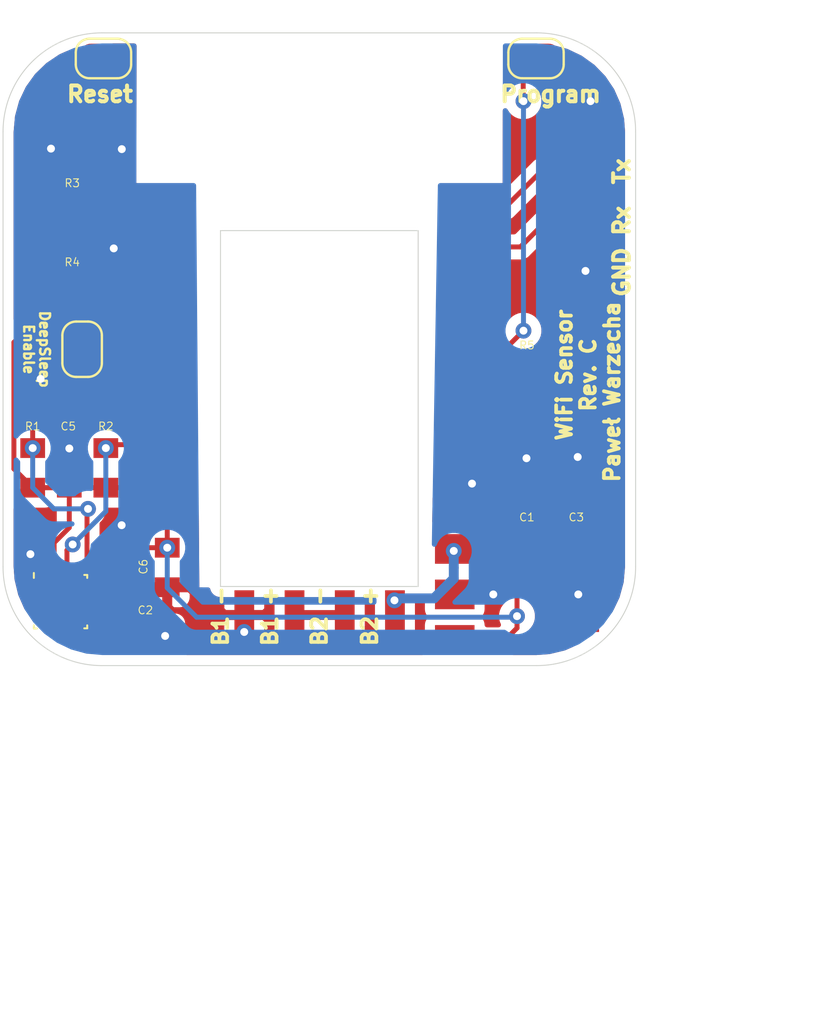
<source format=kicad_pcb>
(kicad_pcb (version 20171130) (host pcbnew "(5.1.8)-1")

  (general
    (thickness 1.6)
    (drawings 25)
    (tracks 140)
    (zones 0)
    (modules 18)
    (nets 19)
  )

  (page A4)
  (title_block
    (title "Wifi Sensor")
    (date 2022-08-14)
    (rev "Rev. C")
    (company "Pawel Warzecha")
  )

  (layers
    (0 F.Cu signal)
    (31 B.Cu signal)
    (32 B.Adhes user)
    (33 F.Adhes user)
    (34 B.Paste user)
    (35 F.Paste user)
    (36 B.SilkS user)
    (37 F.SilkS user)
    (38 B.Mask user)
    (39 F.Mask user)
    (40 Dwgs.User user)
    (41 Cmts.User user)
    (42 Eco1.User user)
    (43 Eco2.User user)
    (44 Edge.Cuts user)
    (45 Margin user)
    (46 B.CrtYd user)
    (47 F.CrtYd user)
    (48 B.Fab user)
    (49 F.Fab user)
  )

  (setup
    (last_trace_width 0.25)
    (trace_clearance 0.2)
    (zone_clearance 1)
    (zone_45_only yes)
    (trace_min 0.2)
    (via_size 0.8)
    (via_drill 0.4)
    (via_min_size 0.4)
    (via_min_drill 0.3)
    (uvia_size 0.3)
    (uvia_drill 0.1)
    (uvias_allowed no)
    (uvia_min_size 0.2)
    (uvia_min_drill 0.1)
    (edge_width 0.05)
    (segment_width 0.2)
    (pcb_text_width 0.3)
    (pcb_text_size 1.5 1.5)
    (mod_edge_width 0.12)
    (mod_text_size 1 1)
    (mod_text_width 0.15)
    (pad_size 1.524 1.524)
    (pad_drill 0.762)
    (pad_to_mask_clearance 0)
    (aux_axis_origin 0 0)
    (visible_elements 7FFFFFFF)
    (pcbplotparams
      (layerselection 0x010fc_ffffffff)
      (usegerberextensions true)
      (usegerberattributes false)
      (usegerberadvancedattributes false)
      (creategerberjobfile false)
      (excludeedgelayer true)
      (linewidth 0.100000)
      (plotframeref false)
      (viasonmask false)
      (mode 1)
      (useauxorigin false)
      (hpglpennumber 1)
      (hpglpenspeed 20)
      (hpglpendiameter 15.000000)
      (psnegative false)
      (psa4output false)
      (plotreference true)
      (plotvalue false)
      (plotinvisibletext false)
      (padsonsilk false)
      (subtractmaskfromsilk true)
      (outputformat 1)
      (mirror false)
      (drillshape 0)
      (scaleselection 1)
      (outputdirectory "Gerber/"))
  )

  (net 0 "")
  (net 1 +3V3)
  (net 2 GNDD)
  (net 3 "Net-(J8-Pad1)")
  (net 4 "Net-(J8-Pad2)")
  (net 5 "Net-(JP1-Pad2)")
  (net 6 "Net-(R4-Pad2)")
  (net 7 "Net-(R5-Pad1)")
  (net 8 "Net-(U4-Pad2)")
  (net 9 "Net-(U4-Pad5)")
  (net 10 "Net-(U4-Pad11)")
  (net 11 "Net-(U4-Pad14)")
  (net 12 +BATT)
  (net 13 "Net-(J1-Pad2)")
  (net 14 SCL)
  (net 15 SDA)
  (net 16 "Net-(U4-Pad13)")
  (net 17 "Net-(JP2-Pad1)")
  (net 18 "Net-(JP2-Pad2)")

  (net_class Default "This is the default net class."
    (clearance 0.2)
    (trace_width 0.25)
    (via_dia 0.8)
    (via_drill 0.4)
    (uvia_dia 0.3)
    (uvia_drill 0.1)
    (add_net +3V3)
    (add_net +BATT)
    (add_net GNDD)
    (add_net "Net-(J1-Pad2)")
    (add_net "Net-(J8-Pad1)")
    (add_net "Net-(J8-Pad2)")
    (add_net "Net-(JP1-Pad2)")
    (add_net "Net-(JP2-Pad1)")
    (add_net "Net-(JP2-Pad2)")
    (add_net "Net-(R4-Pad2)")
    (add_net "Net-(R5-Pad1)")
    (add_net "Net-(U4-Pad11)")
    (add_net "Net-(U4-Pad13)")
    (add_net "Net-(U4-Pad14)")
    (add_net "Net-(U4-Pad2)")
    (add_net "Net-(U4-Pad5)")
    (add_net SCL)
    (add_net SDA)
  )

  (module Package_TO_SOT_SMD:SOT-223-3_TabPin2 (layer F.Cu) (tedit 62E983F3) (tstamp 62E98568)
    (at 76 78.4)
    (descr "module CMS SOT223 4 pins")
    (tags "CMS SOT")
    (path /62F9462A)
    (attr smd)
    (fp_text reference U2 (at 0 -4.5) (layer F.SilkS) hide
      (effects (font (size 1 1) (thickness 0.15)))
    )
    (fp_text value LT1129-3.3_SOT223 (at 0 4.5) (layer F.Fab)
      (effects (font (size 1 1) (thickness 0.15)))
    )
    (fp_line (start 4.4 -3.6) (end -4.4 -3.6) (layer F.CrtYd) (width 0.05))
    (fp_line (start 4.4 3.6) (end 4.4 -3.6) (layer F.CrtYd) (width 0.05))
    (fp_line (start -4.4 3.6) (end 4.4 3.6) (layer F.CrtYd) (width 0.05))
    (fp_line (start -4.4 -3.6) (end -4.4 3.6) (layer F.CrtYd) (width 0.05))
    (fp_line (start -1.85 -2.35) (end -0.85 -3.35) (layer F.Fab) (width 0.1))
    (fp_line (start -1.85 -2.35) (end -1.85 3.35) (layer F.Fab) (width 0.1))
    (fp_line (start -0.85 -3.35) (end 1.85 -3.35) (layer F.Fab) (width 0.1))
    (fp_line (start -1.85 3.35) (end 1.85 3.35) (layer F.Fab) (width 0.1))
    (fp_line (start 1.85 -3.35) (end 1.85 3.35) (layer F.Fab) (width 0.1))
    (fp_text user %R (at 0 0 90) (layer F.Fab)
      (effects (font (size 0.8 0.8) (thickness 0.12)))
    )
    (pad 1 smd rect (at -3.15 -2.3) (size 2 1.5) (layers F.Cu F.Paste F.Mask)
      (net 12 +BATT))
    (pad 3 smd rect (at -3.15 2.3) (size 2 1.5) (layers F.Cu F.Paste F.Mask)
      (net 1 +3V3))
    (pad 2 smd rect (at -3.15 0) (size 2 1.5) (layers F.Cu F.Paste F.Mask)
      (net 2 GNDD))
    (pad 2 smd rect (at 3.15 0) (size 2 3.8) (layers F.Cu F.Paste F.Mask)
      (net 2 GNDD))
    (model ${KISYS3DMOD}/Package_TO_SOT_SMD.3dshapes/SOT-223.wrl
      (at (xyz 0 0 0))
      (scale (xyz 1 1 1))
      (rotate (xyz 0 0 0))
    )
  )

  (module ESP8266:ESP-12E_SMD (layer F.Cu) (tedit 62E83739) (tstamp 62E7E7B0)
    (at 59.0169 58.8264)
    (descr "Module, ESP-8266, ESP-12, 16 pad, SMD")
    (tags "Module ESP-8266 ESP8266")
    (path /5DC2FDAD)
    (fp_text reference U4 (at 8.89 6.35 90) (layer F.Fab)
      (effects (font (size 1 1) (thickness 0.15)))
    )
    (fp_text value ESP-12E (at 5.08 6.35 90) (layer F.Fab) hide
      (effects (font (size 1 1) (thickness 0.15)))
    )
    (fp_line (start -1.008 -8.4) (end 14.992 -8.4) (layer F.Fab) (width 0.05))
    (fp_line (start -1.008 15.6) (end -1.008 -8.4) (layer F.Fab) (width 0.05))
    (fp_line (start 14.992 15.6) (end -1.008 15.6) (layer F.Fab) (width 0.05))
    (fp_line (start 15 -8.4) (end 15 15.6) (layer F.Fab) (width 0.05))
    (fp_line (start -1.008 -2.6) (end 14.992 -2.6) (layer F.CrtYd) (width 0.1524))
    (fp_line (start -1.008 -8.4) (end 14.992 -2.6) (layer F.CrtYd) (width 0.1524))
    (fp_line (start 14.992 -8.4) (end -1.008 -2.6) (layer F.CrtYd) (width 0.1524))
    (fp_line (start -1.016 -8.382) (end -1.016 -1.016) (layer F.CrtYd) (width 0.1524))
    (fp_line (start 14.986 -8.382) (end 14.986 -0.889) (layer F.CrtYd) (width 0.1524))
    (fp_line (start -1.016 -8.382) (end 14.986 -8.382) (layer F.CrtYd) (width 0.1524))
    (fp_line (start -2.25 16) (end -2.25 -0.5) (layer F.CrtYd) (width 0.05))
    (fp_line (start 16.25 16) (end -2.25 16) (layer F.CrtYd) (width 0.05))
    (fp_line (start 16.25 -8.75) (end 16.25 16) (layer F.CrtYd) (width 0.05))
    (fp_line (start 15.25 -8.75) (end 16.25 -8.75) (layer F.CrtYd) (width 0.05))
    (fp_line (start -2.25 -8.75) (end 15.25 -8.75) (layer F.CrtYd) (width 0.05))
    (fp_line (start -2.25 -0.5) (end -2.25 -8.75) (layer F.CrtYd) (width 0.05))
    (fp_text user "No Copper" (at 6.892 -5.4) (layer F.CrtYd)
      (effects (font (size 1 1) (thickness 0.15)))
    )
    (pad 1 smd rect (at 0 0) (size 2.5 1.1) (drill (offset -0.7 0)) (layers F.Cu F.Paste F.Mask)
      (net 18 "Net-(JP2-Pad2)"))
    (pad 2 smd rect (at 0 2) (size 2.5 1.1) (drill (offset -0.7 0)) (layers F.Cu F.Paste F.Mask)
      (net 8 "Net-(U4-Pad2)"))
    (pad 3 smd rect (at 0 4) (size 2.5 1.1) (drill (offset -0.7 0)) (layers F.Cu F.Paste F.Mask)
      (net 6 "Net-(R4-Pad2)"))
    (pad 4 smd rect (at 0 6) (size 2.5 1.1) (drill (offset -0.7 0)) (layers F.Cu F.Paste F.Mask)
      (net 17 "Net-(JP2-Pad1)"))
    (pad 5 smd rect (at 0 8) (size 2.5 1.1) (drill (offset -0.7 0)) (layers F.Cu F.Paste F.Mask)
      (net 9 "Net-(U4-Pad5)"))
    (pad 6 smd rect (at 0 10) (size 2.5 1.1) (drill (offset -0.7 0)) (layers F.Cu F.Paste F.Mask)
      (net 14 SCL))
    (pad 7 smd rect (at 0 12) (size 2.5 1.1) (drill (offset -0.7 0)) (layers F.Cu F.Paste F.Mask)
      (net 15 SDA))
    (pad 8 smd rect (at 0 14) (size 2.5 1.1) (drill (offset -0.7 0)) (layers F.Cu F.Paste F.Mask)
      (net 1 +3V3))
    (pad 9 smd rect (at 14 14) (size 2.5 1.1) (drill (offset 0.7 0)) (layers F.Cu F.Paste F.Mask)
      (net 2 GNDD))
    (pad 10 smd rect (at 14 12) (size 2.5 1.1) (drill (offset 0.7 0)) (layers F.Cu F.Paste F.Mask)
      (net 7 "Net-(R5-Pad1)"))
    (pad 11 smd rect (at 14 10) (size 2.5 1.1) (drill (offset 0.7 0)) (layers F.Cu F.Paste F.Mask)
      (net 10 "Net-(U4-Pad11)"))
    (pad 12 smd rect (at 14 8) (size 2.5 1.1) (drill (offset 0.7 0)) (layers F.Cu F.Paste F.Mask)
      (net 5 "Net-(JP1-Pad2)"))
    (pad 13 smd rect (at 14 6) (size 2.5 1.1) (drill (offset 0.7 0)) (layers F.Cu F.Paste F.Mask)
      (net 16 "Net-(U4-Pad13)"))
    (pad 14 smd rect (at 14 4) (size 2.5 1.1) (drill (offset 0.7 0)) (layers F.Cu F.Paste F.Mask)
      (net 11 "Net-(U4-Pad14)"))
    (pad 15 smd rect (at 14 2) (size 2.5 1.1) (drill (offset 0.7 0)) (layers F.Cu F.Paste F.Mask)
      (net 4 "Net-(J8-Pad2)"))
    (pad 16 smd rect (at 14 0) (size 2.5 1.1) (drill (offset 0.7 0)) (layers F.Cu F.Paste F.Mask)
      (net 3 "Net-(J8-Pad1)"))
    (model ${ESPLIB}/ESP8266.3dshapes/ESP-12.wrl
      (at (xyz 0 0 0))
      (scale (xyz 0.3937 0.3937 0.3937))
      (rotate (xyz 0 0 0))
    )
    (model "D:/Programy/Biblioteki KiCad/kicad-ESP8266/ESP8266.3dshapes/ESP-12-E-better.wrl"
      (at (xyz 0 0 0))
      (scale (xyz 1 1 1))
      (rotate (xyz 0 0 0))
    )
  )

  (module Connector_Harwin:Harwin_M20-89004xx_1x04_P2.54mm_Horizontal (layer F.Cu) (tedit 62E83702) (tstamp 62E80E40)
    (at 66.0146 84.9669 270)
    (descr "Harwin Male Horizontal Surface Mount Single Row 2.54mm (0.1 inch) Pitch PCB Connector, M20-89004xx, 4 Pins per row (https://cdn.harwin.com/pdfs/M20-890.pdf), generated with kicad-footprint-generator")
    (tags "connector Harwin M20-890 horizontal")
    (path /62E863A8)
    (attr smd)
    (fp_text reference J1 (at -0.48 -6.28 270) (layer F.Fab)
      (effects (font (size 1 1) (thickness 0.15)))
    )
    (fp_text value Power (at -0.48 6.28 270) (layer F.Fab)
      (effects (font (size 1 1) (thickness 0.15)))
    )
    (fp_line (start -6.425 -4.13) (end -6.425 -3.49) (layer F.Fab) (width 0.1))
    (fp_line (start -6.425 -1.59) (end -6.425 -0.95) (layer F.Fab) (width 0.1))
    (fp_line (start -6.425 0.95) (end -6.425 1.59) (layer F.Fab) (width 0.1))
    (fp_line (start -6.425 3.49) (end -6.425 4.13) (layer F.Fab) (width 0.1))
    (fp_line (start 7.28 -5.58) (end 7.28 5.58) (layer F.CrtYd) (width 0.05))
    (fp_line (start -7.28 5.58) (end -7.28 -5.58) (layer F.CrtYd) (width 0.05))
    (pad 1 smd rect (at -5.525 -3.81 270) (size 2.5 1) (layers F.Cu F.Paste F.Mask)
      (net 12 +BATT))
    (pad 2 smd rect (at -5.525 -1.27 270) (size 2.5 1) (layers F.Cu F.Paste F.Mask)
      (net 13 "Net-(J1-Pad2)"))
    (pad 3 smd rect (at -5.525 1.27 270) (size 2.5 1) (layers F.Cu F.Paste F.Mask)
      (net 13 "Net-(J1-Pad2)"))
    (pad 4 smd rect (at -5.525 3.81 270) (size 2.5 1) (layers F.Cu F.Paste F.Mask)
      (net 2 GNDD))
    (model ${KISYS3DMOD}/Connector_Harwin.3dshapes/Harwin_M20-89004xx_1x04_P2.54mm_Horizontal.wrl
      (at (xyz 0 0 0))
      (scale (xyz 1 1 1))
      (rotate (xyz 0 0 0))
    )
  )

  (module Connector_Harwin:Harwin_M20-89003xx_1x03_P2.54mm_Horizontal (layer F.Cu) (tedit 62E8366E) (tstamp 62E83A71)
    (at 84.7471 59.4995)
    (descr "Harwin Male Horizontal Surface Mount Single Row 2.54mm (0.1 inch) Pitch PCB Connector, M20-89003xx, 3 Pins per row (https://cdn.harwin.com/pdfs/M20-890.pdf), generated with kicad-footprint-generator")
    (tags "connector Harwin M20-890 horizontal")
    (path /5DDD2193)
    (attr smd)
    (fp_text reference J8 (at -3.3782 0.2413 90) (layer F.SilkS) hide
      (effects (font (size 0.85 0.85) (thickness 0.15)))
    )
    (fp_text value "Tx Rx GND" (at -1.3843 9.8806 90 unlocked) (layer F.Fab)
      (effects (font (size 0.65 0.65) (thickness 0.125)) (justify left))
    )
    (fp_line (start -1.725 -2.86) (end -6.425 -2.86) (layer F.Fab) (width 0.1))
    (fp_line (start -6.425 -2.86) (end -6.425 -2.22) (layer F.Fab) (width 0.1))
    (fp_line (start -6.425 -2.22) (end -1.725 -2.22) (layer F.Fab) (width 0.1))
    (fp_line (start 0.775 -2.86) (end 6.775 -2.86) (layer F.Fab) (width 0.1))
    (fp_line (start 6.775 -2.86) (end 6.775 -2.22) (layer F.Fab) (width 0.1))
    (fp_line (start 6.775 -2.22) (end 0.775 -2.22) (layer F.Fab) (width 0.1))
    (fp_line (start -1.725 -0.32) (end -6.425 -0.32) (layer F.Fab) (width 0.1))
    (fp_line (start -6.425 -0.32) (end -6.425 0.32) (layer F.Fab) (width 0.1))
    (fp_line (start -6.425 0.32) (end -1.725 0.32) (layer F.Fab) (width 0.1))
    (fp_line (start 0.775 -0.32) (end 6.775 -0.32) (layer F.Fab) (width 0.1))
    (fp_line (start 6.775 -0.32) (end 6.775 0.32) (layer F.Fab) (width 0.1))
    (fp_line (start 6.775 0.32) (end 0.775 0.32) (layer F.Fab) (width 0.1))
    (fp_line (start -1.725 2.22) (end -6.425 2.22) (layer F.Fab) (width 0.1))
    (fp_line (start -6.425 2.22) (end -6.425 2.86) (layer F.Fab) (width 0.1))
    (fp_line (start -6.425 2.86) (end -1.725 2.86) (layer F.Fab) (width 0.1))
    (fp_line (start 0.775 2.22) (end 6.775 2.22) (layer F.Fab) (width 0.1))
    (fp_line (start 6.775 2.22) (end 6.775 2.86) (layer F.Fab) (width 0.1))
    (fp_line (start 6.775 2.86) (end 0.775 2.86) (layer F.Fab) (width 0.1))
    (fp_line (start -1.725 -3.41) (end -1.325 -3.81) (layer F.Fab) (width 0.1))
    (fp_line (start -1.325 -3.81) (end 0.775 -3.81) (layer F.Fab) (width 0.1))
    (fp_line (start 0.775 -3.81) (end 0.775 3.81) (layer F.Fab) (width 0.1))
    (fp_line (start 0.775 3.81) (end -1.725 3.81) (layer F.Fab) (width 0.1))
    (fp_line (start -1.725 3.81) (end -1.725 -3.41) (layer F.Fab) (width 0.1))
    (fp_line (start -7.28 -4.31) (end 7.28 -4.31) (layer F.CrtYd) (width 0.05))
    (fp_line (start 7.28 -4.31) (end 7.28 4.31) (layer F.CrtYd) (width 0.05))
    (fp_line (start 7.28 4.31) (end -7.28 4.31) (layer F.CrtYd) (width 0.05))
    (fp_line (start -7.28 4.31) (end -7.28 -4.31) (layer F.CrtYd) (width 0.05))
    (fp_text user %R (at -0.48 0 90) (layer F.Fab)
      (effects (font (size 1 1) (thickness 0.15)))
    )
    (pad 1 smd rect (at -5.525 -2.54) (size 2.5 1) (layers F.Cu F.Paste F.Mask)
      (net 3 "Net-(J8-Pad1)"))
    (pad 2 smd rect (at -5.525 0) (size 2.5 1) (layers F.Cu F.Paste F.Mask)
      (net 4 "Net-(J8-Pad2)"))
    (pad 3 smd rect (at -5.525 2.54) (size 2.5 1) (layers F.Cu F.Paste F.Mask)
      (net 2 GNDD))
    (model ${KISYS3DMOD}/Connector_Harwin.3dshapes/Harwin_M20-89003xx_1x03_P2.54mm_Horizontal.wrl
      (at (xyz 0 0 0))
      (scale (xyz 1 1 1))
      (rotate (xyz 0 0 0))
    )
  )

  (module Package_LGA:Bosch_LGA-8_2.5x2.5mm_P0.65mm_ClockwisePinNumbering (layer F.Cu) (tedit 5A0FA816) (tstamp 62E82FEC)
    (at 52.9082 78.7654)
    (descr LGA-8)
    (tags "lga land grid array")
    (path /5DCC7E9D)
    (attr smd)
    (fp_text reference U1 (at 0.015 -2.465) (layer F.SilkS) hide
      (effects (font (size 1 1) (thickness 0.15)))
    )
    (fp_text value BME280 (at 0.015 2.535) (layer F.Fab)
      (effects (font (size 1 1) (thickness 0.15)))
    )
    (fp_line (start 1.41 1.54) (end -1.41 1.54) (layer F.CrtYd) (width 0.05))
    (fp_line (start 1.41 -1.54) (end 1.41 1.54) (layer F.CrtYd) (width 0.05))
    (fp_line (start -1.41 -1.54) (end 1.41 -1.54) (layer F.CrtYd) (width 0.05))
    (fp_line (start -1.41 1.54) (end -1.41 -1.54) (layer F.CrtYd) (width 0.05))
    (fp_line (start 1.25 1.25) (end -1.25 1.25) (layer F.Fab) (width 0.1))
    (fp_line (start 1.25 -1.25) (end 1.25 1.25) (layer F.Fab) (width 0.1))
    (fp_line (start -0.5 -1.25) (end 1.25 -1.25) (layer F.Fab) (width 0.1))
    (fp_line (start -1.25 1.25) (end -1.25 -0.5) (layer F.Fab) (width 0.1))
    (fp_line (start -1.35 -1.2) (end -1.35 -1.45) (layer F.SilkS) (width 0.1))
    (fp_line (start 1.35 -1.35) (end 1.35 -1.2) (layer F.SilkS) (width 0.1))
    (fp_line (start 1.2 -1.35) (end 1.35 -1.35) (layer F.SilkS) (width 0.1))
    (fp_line (start 1.35 1.35) (end 1.2 1.35) (layer F.SilkS) (width 0.1))
    (fp_line (start 1.35 1.35) (end 1.35 1.2) (layer F.SilkS) (width 0.1))
    (fp_line (start -1.35 1.35) (end -1.35 1.2) (layer F.SilkS) (width 0.1))
    (fp_line (start -1.25 -0.5) (end -0.5 -1.25) (layer F.Fab) (width 0.1))
    (fp_line (start -1.35 1.36) (end -1.2 1.36) (layer F.SilkS) (width 0.1))
    (fp_text user %R (at 0 0 180) (layer F.Fab)
      (effects (font (size 0.5 0.5) (thickness 0.075)))
    )
    (pad 4 smd rect (at 0.975 -1.025 90) (size 0.5 0.35) (layers F.Cu F.Paste F.Mask)
      (net 14 SCL))
    (pad 3 smd rect (at 0.325 -1.025 90) (size 0.5 0.35) (layers F.Cu F.Paste F.Mask)
      (net 15 SDA))
    (pad 2 smd rect (at -0.325 -1.025 90) (size 0.5 0.35) (layers F.Cu F.Paste F.Mask)
      (net 1 +3V3))
    (pad 1 smd rect (at -0.975 -1.025 90) (size 0.5 0.35) (layers F.Cu F.Paste F.Mask)
      (net 2 GNDD))
    (pad 8 smd rect (at -0.975 1.025 90) (size 0.5 0.35) (layers F.Cu F.Paste F.Mask)
      (net 1 +3V3))
    (pad 7 smd rect (at -0.325 1.025 90) (size 0.5 0.35) (layers F.Cu F.Paste F.Mask)
      (net 2 GNDD))
    (pad 6 smd rect (at 0.325 1.025 90) (size 0.5 0.35) (layers F.Cu F.Paste F.Mask)
      (net 1 +3V3))
    (pad 5 smd rect (at 0.975 1.025 90) (size 0.5 0.35) (layers F.Cu F.Paste F.Mask)
      (net 1 +3V3))
    (model ${KISYS3DMOD}/Package_LGA.3dshapes/Bosch_LGA-8_2.5x2.5mm_P0.65mm_ClockwisePinNumbering.wrl
      (offset (xyz 0.01500000025472259 -0.03500000059435272 0))
      (scale (xyz 1 1 1))
      (rotate (xyz 0 0 0))
    )
  )

  (module kicad-libraries-master:0805 (layer F.Cu) (tedit 53F70A21) (tstamp 62E93901)
    (at 57.2 80.5)
    (path /5DD12AFC)
    (attr smd)
    (fp_text reference C2 (at 0 -1.3) (layer F.SilkS)
      (effects (font (size 0.4 0.4) (thickness 0.05)))
    )
    (fp_text value 100n (at 0 -0.4) (layer F.SilkS) hide
      (effects (font (size 0.2 0.2) (thickness 0.05)))
    )
    (fp_line (start -1.651 -0.8001) (end -1.651 0.8001) (layer F.SilkS) (width 0.001))
    (fp_line (start -1.651 0.8001) (end 1.651 0.8001) (layer F.SilkS) (width 0.001))
    (fp_line (start 1.651 0.8001) (end 1.651 -0.8001) (layer F.SilkS) (width 0.001))
    (fp_line (start 1.651 -0.8001) (end -1.651 -0.8001) (layer F.SilkS) (width 0.001))
    (pad 2 smd rect (at 1.00076 0) (size 1.00076 1.24968) (layers F.Cu F.Paste F.Mask)
      (net 2 GNDD) (clearance 0.14986))
    (pad 1 smd rect (at -1.00076 0) (size 1.00076 1.24968) (layers F.Cu F.Paste F.Mask)
      (net 1 +3V3) (clearance 0.14986))
    (model ${KISYS3DMOD}/Capacitor_SMD.3dshapes/C_0805_2012Metric.step
      (at (xyz 0 0 0))
      (scale (xyz 1 1 1))
      (rotate (xyz 0 0 0))
    )
  )

  (module kicad-libraries-master:0805 (layer F.Cu) (tedit 53F70A21) (tstamp 62E83171)
    (at 53.35 72 90)
    (path /5DD12D0C)
    (attr smd)
    (fp_text reference C5 (at 2.1 -0.05 180) (layer F.SilkS)
      (effects (font (size 0.4 0.4) (thickness 0.05)))
    )
    (fp_text value 100n (at 0 -0.4 90) (layer F.SilkS) hide
      (effects (font (size 0.2 0.2) (thickness 0.05)))
    )
    (fp_line (start -1.651 -0.8001) (end -1.651 0.8001) (layer F.SilkS) (width 0.001))
    (fp_line (start -1.651 0.8001) (end 1.651 0.8001) (layer F.SilkS) (width 0.001))
    (fp_line (start 1.651 0.8001) (end 1.651 -0.8001) (layer F.SilkS) (width 0.001))
    (fp_line (start 1.651 -0.8001) (end -1.651 -0.8001) (layer F.SilkS) (width 0.001))
    (pad 2 smd rect (at 1.00076 0 90) (size 1.00076 1.24968) (layers F.Cu F.Paste F.Mask)
      (net 2 GNDD) (clearance 0.14986))
    (pad 1 smd rect (at -1.00076 0 90) (size 1.00076 1.24968) (layers F.Cu F.Paste F.Mask)
      (net 1 +3V3) (clearance 0.14986))
    (model ${KISYS3DMOD}/Capacitor_SMD.3dshapes/C_0805_2012Metric.step
      (at (xyz 0 0 0))
      (scale (xyz 1 1 1))
      (rotate (xyz 0 0 0))
    )
  )

  (module kicad-libraries-master:0805 (layer F.Cu) (tedit 53F70A21) (tstamp 62E93938)
    (at 58.3057 77.0382 270)
    (path /5DC30E54)
    (attr smd)
    (fp_text reference C6 (at -0.0382 1.2057 90) (layer F.SilkS)
      (effects (font (size 0.4 0.4) (thickness 0.05)))
    )
    (fp_text value 100n (at 0 -0.4 90) (layer F.SilkS) hide
      (effects (font (size 0.2 0.2) (thickness 0.05)))
    )
    (fp_line (start -1.651 -0.8001) (end -1.651 0.8001) (layer F.SilkS) (width 0.001))
    (fp_line (start -1.651 0.8001) (end 1.651 0.8001) (layer F.SilkS) (width 0.001))
    (fp_line (start 1.651 0.8001) (end 1.651 -0.8001) (layer F.SilkS) (width 0.001))
    (fp_line (start 1.651 -0.8001) (end -1.651 -0.8001) (layer F.SilkS) (width 0.001))
    (pad 2 smd rect (at 1.00076 0 270) (size 1.00076 1.24968) (layers F.Cu F.Paste F.Mask)
      (net 2 GNDD) (clearance 0.14986))
    (pad 1 smd rect (at -1.00076 0 270) (size 1.00076 1.24968) (layers F.Cu F.Paste F.Mask)
      (net 1 +3V3) (clearance 0.14986))
    (model ${KISYS3DMOD}/Capacitor_SMD.3dshapes/C_0805_2012Metric.step
      (at (xyz 0 0 0))
      (scale (xyz 1 1 1))
      (rotate (xyz 0 0 0))
    )
  )

  (module kicad-libraries-master:0805 (layer F.Cu) (tedit 53F70A21) (tstamp 62E93580)
    (at 51.5 72 90)
    (path /5DCEF7E9)
    (attr smd)
    (fp_text reference R1 (at 2.1 0 180) (layer F.SilkS)
      (effects (font (size 0.4 0.4) (thickness 0.05)))
    )
    (fp_text value 4k7 (at 0 -0.4 90) (layer F.SilkS) hide
      (effects (font (size 0.2 0.2) (thickness 0.05)))
    )
    (fp_line (start 1.651 -0.8001) (end -1.651 -0.8001) (layer F.SilkS) (width 0.001))
    (fp_line (start 1.651 0.8001) (end 1.651 -0.8001) (layer F.SilkS) (width 0.001))
    (fp_line (start -1.651 0.8001) (end 1.651 0.8001) (layer F.SilkS) (width 0.001))
    (fp_line (start -1.651 -0.8001) (end -1.651 0.8001) (layer F.SilkS) (width 0.001))
    (pad 1 smd rect (at -1.00076 0 90) (size 1.00076 1.24968) (layers F.Cu F.Paste F.Mask)
      (net 1 +3V3) (clearance 0.14986))
    (pad 2 smd rect (at 1.00076 0 90) (size 1.00076 1.24968) (layers F.Cu F.Paste F.Mask)
      (net 14 SCL) (clearance 0.14986))
    (model ${KISYS3DMOD}/Capacitor_SMD.3dshapes/C_0805_2012Metric.step
      (at (xyz 0 0 0))
      (scale (xyz 1 1 1))
      (rotate (xyz 0 0 0))
    )
  )

  (module kicad-libraries-master:0805 (layer F.Cu) (tedit 53F70A21) (tstamp 62E82ED2)
    (at 55.2 72 90)
    (path /5DCEF8B5)
    (attr smd)
    (fp_text reference R2 (at 2.1 0 180) (layer F.SilkS)
      (effects (font (size 0.4 0.4) (thickness 0.05)))
    )
    (fp_text value 4k7 (at 0 -0.4 90) (layer F.SilkS) hide
      (effects (font (size 0.2 0.2) (thickness 0.05)))
    )
    (fp_line (start -1.651 -0.8001) (end -1.651 0.8001) (layer F.SilkS) (width 0.001))
    (fp_line (start -1.651 0.8001) (end 1.651 0.8001) (layer F.SilkS) (width 0.001))
    (fp_line (start 1.651 0.8001) (end 1.651 -0.8001) (layer F.SilkS) (width 0.001))
    (fp_line (start 1.651 -0.8001) (end -1.651 -0.8001) (layer F.SilkS) (width 0.001))
    (pad 2 smd rect (at 1.00076 0 90) (size 1.00076 1.24968) (layers F.Cu F.Paste F.Mask)
      (net 15 SDA) (clearance 0.14986))
    (pad 1 smd rect (at -1.00076 0 90) (size 1.00076 1.24968) (layers F.Cu F.Paste F.Mask)
      (net 1 +3V3) (clearance 0.14986))
    (model ${KISYS3DMOD}/Capacitor_SMD.3dshapes/C_0805_2012Metric.step
      (at (xyz 0 0 0))
      (scale (xyz 1 1 1))
      (rotate (xyz 0 0 0))
    )
  )

  (module kicad-libraries-master:0805 (layer F.Cu) (tedit 53F70A21) (tstamp 62E82D63)
    (at 53.5 58.8264)
    (path /5DC30982)
    (attr smd)
    (fp_text reference R3 (at 0 -1.2264) (layer F.SilkS)
      (effects (font (size 0.4 0.4) (thickness 0.05)))
    )
    (fp_text value 4k7 (at 0 -0.4) (layer F.SilkS) hide
      (effects (font (size 0.2 0.2) (thickness 0.05)))
    )
    (fp_line (start 1.651 -0.8001) (end -1.651 -0.8001) (layer F.SilkS) (width 0.001))
    (fp_line (start 1.651 0.8001) (end 1.651 -0.8001) (layer F.SilkS) (width 0.001))
    (fp_line (start -1.651 0.8001) (end 1.651 0.8001) (layer F.SilkS) (width 0.001))
    (fp_line (start -1.651 -0.8001) (end -1.651 0.8001) (layer F.SilkS) (width 0.001))
    (pad 1 smd rect (at -1.00076 0) (size 1.00076 1.24968) (layers F.Cu F.Paste F.Mask)
      (net 1 +3V3) (clearance 0.14986))
    (pad 2 smd rect (at 1.00076 0) (size 1.00076 1.24968) (layers F.Cu F.Paste F.Mask)
      (net 18 "Net-(JP2-Pad2)") (clearance 0.14986))
    (model ${KISYS3DMOD}/Capacitor_SMD.3dshapes/C_0805_2012Metric.step
      (at (xyz 0 0 0))
      (scale (xyz 1 1 1))
      (rotate (xyz 0 0 0))
    )
  )

  (module kicad-libraries-master:0805 (layer F.Cu) (tedit 53F70A21) (tstamp 5FC07BE9)
    (at 53.5 62.8269)
    (path /5DC4A9B0)
    (attr smd)
    (fp_text reference R4 (at 0 -1.2269) (layer F.SilkS)
      (effects (font (size 0.4 0.4) (thickness 0.05)))
    )
    (fp_text value 4k7 (at 0 -0.4) (layer F.SilkS) hide
      (effects (font (size 0.2 0.2) (thickness 0.05)))
    )
    (fp_line (start -1.651 -0.8001) (end -1.651 0.8001) (layer F.SilkS) (width 0.001))
    (fp_line (start -1.651 0.8001) (end 1.651 0.8001) (layer F.SilkS) (width 0.001))
    (fp_line (start 1.651 0.8001) (end 1.651 -0.8001) (layer F.SilkS) (width 0.001))
    (fp_line (start 1.651 -0.8001) (end -1.651 -0.8001) (layer F.SilkS) (width 0.001))
    (pad 2 smd rect (at 1.00076 0) (size 1.00076 1.24968) (layers F.Cu F.Paste F.Mask)
      (net 6 "Net-(R4-Pad2)") (clearance 0.14986))
    (pad 1 smd rect (at -1.00076 0) (size 1.00076 1.24968) (layers F.Cu F.Paste F.Mask)
      (net 1 +3V3) (clearance 0.14986))
    (model ${KISYS3DMOD}/Capacitor_SMD.3dshapes/C_0805_2012Metric.step
      (at (xyz 0 0 0))
      (scale (xyz 1 1 1))
      (rotate (xyz 0 0 0))
    )
  )

  (module kicad-libraries-master:0805 (layer F.Cu) (tedit 53F70A21) (tstamp 5FC07BF3)
    (at 76.5 68 90)
    (path /5DC4165E)
    (attr smd)
    (fp_text reference R5 (at 2.2 0 180) (layer F.SilkS)
      (effects (font (size 0.4 0.4) (thickness 0.05)))
    )
    (fp_text value 4k7 (at 0 -0.4 90) (layer F.SilkS) hide
      (effects (font (size 0.2 0.2) (thickness 0.05)))
    )
    (fp_line (start 1.651 -0.8001) (end -1.651 -0.8001) (layer F.SilkS) (width 0.001))
    (fp_line (start 1.651 0.8001) (end 1.651 -0.8001) (layer F.SilkS) (width 0.001))
    (fp_line (start -1.651 0.8001) (end 1.651 0.8001) (layer F.SilkS) (width 0.001))
    (fp_line (start -1.651 -0.8001) (end -1.651 0.8001) (layer F.SilkS) (width 0.001))
    (pad 1 smd rect (at -1.00076 0 90) (size 1.00076 1.24968) (layers F.Cu F.Paste F.Mask)
      (net 7 "Net-(R5-Pad1)") (clearance 0.14986))
    (pad 2 smd rect (at 1.00076 0 90) (size 1.00076 1.24968) (layers F.Cu F.Paste F.Mask)
      (net 2 GNDD) (clearance 0.14986))
    (model ${KISYS3DMOD}/Capacitor_SMD.3dshapes/C_0805_2012Metric.step
      (at (xyz 0 0 0))
      (scale (xyz 1 1 1))
      (rotate (xyz 0 0 0))
    )
  )

  (module kicad-libraries-master:0805 (layer F.Cu) (tedit 53F70A21) (tstamp 62E80ACE)
    (at 76.5 72.5 90)
    (path /62E901DD)
    (attr smd)
    (fp_text reference C1 (at -2 0 180) (layer F.SilkS)
      (effects (font (size 0.4 0.4) (thickness 0.05)))
    )
    (fp_text value 100n (at 0 -0.4 90) (layer F.SilkS) hide
      (effects (font (size 0.2 0.2) (thickness 0.05)))
    )
    (fp_line (start -1.651 -0.8001) (end -1.651 0.8001) (layer F.SilkS) (width 0.001))
    (fp_line (start -1.651 0.8001) (end 1.651 0.8001) (layer F.SilkS) (width 0.001))
    (fp_line (start 1.651 0.8001) (end 1.651 -0.8001) (layer F.SilkS) (width 0.001))
    (fp_line (start 1.651 -0.8001) (end -1.651 -0.8001) (layer F.SilkS) (width 0.001))
    (pad 1 smd rect (at -1.00076 0 90) (size 1.00076 1.24968) (layers F.Cu F.Paste F.Mask)
      (net 12 +BATT) (clearance 0.14986))
    (pad 2 smd rect (at 1.00076 0 90) (size 1.00076 1.24968) (layers F.Cu F.Paste F.Mask)
      (net 2 GNDD) (clearance 0.14986))
    (model ${KISYS3DMOD}/Capacitor_SMD.3dshapes/C_0805_2012Metric.step
      (at (xyz 0 0 0))
      (scale (xyz 1 1 1))
      (rotate (xyz 0 0 0))
    )
  )

  (module kicad-libraries-master:0805 (layer F.Cu) (tedit 53F70A21) (tstamp 62E93A75)
    (at 79 72.5 90)
    (path /62E90684)
    (attr smd)
    (fp_text reference C3 (at -2 0 180) (layer F.SilkS)
      (effects (font (size 0.4 0.4) (thickness 0.05)))
    )
    (fp_text value 1u (at 0 -0.4 90) (layer F.SilkS) hide
      (effects (font (size 0.2 0.2) (thickness 0.05)))
    )
    (fp_line (start 1.651 -0.8001) (end -1.651 -0.8001) (layer F.SilkS) (width 0.001))
    (fp_line (start 1.651 0.8001) (end 1.651 -0.8001) (layer F.SilkS) (width 0.001))
    (fp_line (start -1.651 0.8001) (end 1.651 0.8001) (layer F.SilkS) (width 0.001))
    (fp_line (start -1.651 -0.8001) (end -1.651 0.8001) (layer F.SilkS) (width 0.001))
    (pad 2 smd rect (at 1.00076 0 90) (size 1.00076 1.24968) (layers F.Cu F.Paste F.Mask)
      (net 2 GNDD) (clearance 0.14986))
    (pad 1 smd rect (at -1.00076 0 90) (size 1.00076 1.24968) (layers F.Cu F.Paste F.Mask)
      (net 1 +3V3) (clearance 0.14986))
    (model ${KISYS3DMOD}/Capacitor_SMD.3dshapes/C_0805_2012Metric.step
      (at (xyz 0 0 0))
      (scale (xyz 1 1 1))
      (rotate (xyz 0 0 0))
    )
  )

  (module Jumper:SolderJumper-2_P1.3mm_Open_RoundedPad1.0x1.5mm (layer F.Cu) (tedit 5B391E66) (tstamp 62E835FB)
    (at 76.962 51.2953 180)
    (descr "SMD Solder Jumper, 1x1.5mm, rounded Pads, 0.3mm gap, open")
    (tags "solder jumper open")
    (path /5DC3005B)
    (attr virtual)
    (fp_text reference JP1 (at -1.3335 -1.8923) (layer F.SilkS) hide
      (effects (font (size 1 1) (thickness 0.15)))
    )
    (fp_text value Program (at 0 1.9) (layer F.Fab)
      (effects (font (size 1 1) (thickness 0.15)))
    )
    (fp_line (start 1.65 1.25) (end -1.65 1.25) (layer F.CrtYd) (width 0.05))
    (fp_line (start 1.65 1.25) (end 1.65 -1.25) (layer F.CrtYd) (width 0.05))
    (fp_line (start -1.65 -1.25) (end -1.65 1.25) (layer F.CrtYd) (width 0.05))
    (fp_line (start -1.65 -1.25) (end 1.65 -1.25) (layer F.CrtYd) (width 0.05))
    (fp_line (start -0.7 -1) (end 0.7 -1) (layer F.SilkS) (width 0.12))
    (fp_line (start 1.4 -0.3) (end 1.4 0.3) (layer F.SilkS) (width 0.12))
    (fp_line (start 0.7 1) (end -0.7 1) (layer F.SilkS) (width 0.12))
    (fp_line (start -1.4 0.3) (end -1.4 -0.3) (layer F.SilkS) (width 0.12))
    (fp_arc (start -0.7 -0.3) (end -0.7 -1) (angle -90) (layer F.SilkS) (width 0.12))
    (fp_arc (start -0.7 0.3) (end -1.4 0.3) (angle -90) (layer F.SilkS) (width 0.12))
    (fp_arc (start 0.7 0.3) (end 0.7 1) (angle -90) (layer F.SilkS) (width 0.12))
    (fp_arc (start 0.7 -0.3) (end 1.4 -0.3) (angle -90) (layer F.SilkS) (width 0.12))
    (pad 2 smd custom (at 0.65 0 180) (size 1 0.5) (layers F.Cu F.Mask)
      (net 5 "Net-(JP1-Pad2)") (zone_connect 2)
      (options (clearance outline) (anchor rect))
      (primitives
        (gr_circle (center 0 0.25) (end 0.5 0.25) (width 0))
        (gr_circle (center 0 -0.25) (end 0.5 -0.25) (width 0))
        (gr_poly (pts
           (xy 0 -0.75) (xy -0.5 -0.75) (xy -0.5 0.75) (xy 0 0.75)) (width 0))
      ))
    (pad 1 smd custom (at -0.65 0 180) (size 1 0.5) (layers F.Cu F.Mask)
      (net 2 GNDD) (zone_connect 2)
      (options (clearance outline) (anchor rect))
      (primitives
        (gr_circle (center 0 0.25) (end 0.5 0.25) (width 0))
        (gr_circle (center 0 -0.25) (end 0.5 -0.25) (width 0))
        (gr_poly (pts
           (xy 0 -0.75) (xy 0.5 -0.75) (xy 0.5 0.75) (xy 0 0.75)) (width 0))
      ))
  )

  (module Jumper:SolderJumper-2_P1.3mm_Open_RoundedPad1.0x1.5mm (layer F.Cu) (tedit 5B391E66) (tstamp 62E815B6)
    (at 55.0799 51.2953 180)
    (descr "SMD Solder Jumper, 1x1.5mm, rounded Pads, 0.3mm gap, open")
    (tags "solder jumper open")
    (path /5DC2FF25)
    (attr virtual)
    (fp_text reference SW1 (at 0.381 -1.8796 180) (layer F.SilkS) hide
      (effects (font (size 1 1) (thickness 0.15)))
    )
    (fp_text value Reset (at 0 1.9) (layer F.Fab)
      (effects (font (size 1 1) (thickness 0.15)))
    )
    (fp_line (start -1.4 0.3) (end -1.4 -0.3) (layer F.SilkS) (width 0.12))
    (fp_line (start 0.7 1) (end -0.7 1) (layer F.SilkS) (width 0.12))
    (fp_line (start 1.4 -0.3) (end 1.4 0.3) (layer F.SilkS) (width 0.12))
    (fp_line (start -0.7 -1) (end 0.7 -1) (layer F.SilkS) (width 0.12))
    (fp_line (start -1.65 -1.25) (end 1.65 -1.25) (layer F.CrtYd) (width 0.05))
    (fp_line (start -1.65 -1.25) (end -1.65 1.25) (layer F.CrtYd) (width 0.05))
    (fp_line (start 1.65 1.25) (end 1.65 -1.25) (layer F.CrtYd) (width 0.05))
    (fp_line (start 1.65 1.25) (end -1.65 1.25) (layer F.CrtYd) (width 0.05))
    (fp_arc (start 0.7 -0.3) (end 1.4 -0.3) (angle -90) (layer F.SilkS) (width 0.12))
    (fp_arc (start 0.7 0.3) (end 0.7 1) (angle -90) (layer F.SilkS) (width 0.12))
    (fp_arc (start -0.7 0.3) (end -1.4 0.3) (angle -90) (layer F.SilkS) (width 0.12))
    (fp_arc (start -0.7 -0.3) (end -0.7 -1) (angle -90) (layer F.SilkS) (width 0.12))
    (pad 1 smd custom (at -0.65 0 180) (size 1 0.5) (layers F.Cu F.Mask)
      (net 2 GNDD) (zone_connect 2)
      (options (clearance outline) (anchor rect))
      (primitives
        (gr_circle (center 0 0.25) (end 0.5 0.25) (width 0))
        (gr_circle (center 0 -0.25) (end 0.5 -0.25) (width 0))
        (gr_poly (pts
           (xy 0 -0.75) (xy 0.5 -0.75) (xy 0.5 0.75) (xy 0 0.75)) (width 0))
      ))
    (pad 2 smd custom (at 0.65 0 180) (size 1 0.5) (layers F.Cu F.Mask)
      (net 18 "Net-(JP2-Pad2)") (zone_connect 2)
      (options (clearance outline) (anchor rect))
      (primitives
        (gr_circle (center 0 0.25) (end 0.5 0.25) (width 0))
        (gr_circle (center 0 -0.25) (end 0.5 -0.25) (width 0))
        (gr_poly (pts
           (xy 0 -0.75) (xy -0.5 -0.75) (xy -0.5 0.75) (xy 0 0.75)) (width 0))
      ))
  )

  (module Jumper:SolderJumper-2_P1.3mm_Open_RoundedPad1.0x1.5mm (layer F.Cu) (tedit 5B391E66) (tstamp 62F92736)
    (at 54 66 270)
    (descr "SMD Solder Jumper, 1x1.5mm, rounded Pads, 0.3mm gap, open")
    (tags "solder jumper open")
    (path /62F97B0A)
    (attr virtual)
    (fp_text reference JP2 (at 0 -1.8 90) (layer F.SilkS) hide
      (effects (font (size 1 1) (thickness 0.15)))
    )
    (fp_text value DeepSleepEnable (at 0 1.9 90) (layer F.Fab)
      (effects (font (size 1 1) (thickness 0.15)))
    )
    (fp_line (start 1.65 1.25) (end -1.65 1.25) (layer F.CrtYd) (width 0.05))
    (fp_line (start 1.65 1.25) (end 1.65 -1.25) (layer F.CrtYd) (width 0.05))
    (fp_line (start -1.65 -1.25) (end -1.65 1.25) (layer F.CrtYd) (width 0.05))
    (fp_line (start -1.65 -1.25) (end 1.65 -1.25) (layer F.CrtYd) (width 0.05))
    (fp_line (start -0.7 -1) (end 0.7 -1) (layer F.SilkS) (width 0.12))
    (fp_line (start 1.4 -0.3) (end 1.4 0.3) (layer F.SilkS) (width 0.12))
    (fp_line (start 0.7 1) (end -0.7 1) (layer F.SilkS) (width 0.12))
    (fp_line (start -1.4 0.3) (end -1.4 -0.3) (layer F.SilkS) (width 0.12))
    (fp_arc (start 0.7 -0.3) (end 1.4 -0.3) (angle -90) (layer F.SilkS) (width 0.12))
    (fp_arc (start 0.7 0.3) (end 0.7 1) (angle -90) (layer F.SilkS) (width 0.12))
    (fp_arc (start -0.7 0.3) (end -1.4 0.3) (angle -90) (layer F.SilkS) (width 0.12))
    (fp_arc (start -0.7 -0.3) (end -0.7 -1) (angle -90) (layer F.SilkS) (width 0.12))
    (pad 1 smd custom (at -0.65 0 270) (size 1 0.5) (layers F.Cu F.Mask)
      (net 17 "Net-(JP2-Pad1)") (zone_connect 2)
      (options (clearance outline) (anchor rect))
      (primitives
        (gr_circle (center 0 0.25) (end 0.5 0.25) (width 0))
        (gr_circle (center 0 -0.25) (end 0.5 -0.25) (width 0))
        (gr_poly (pts
           (xy 0 -0.75) (xy 0.5 -0.75) (xy 0.5 0.75) (xy 0 0.75)) (width 0))
      ))
    (pad 2 smd custom (at 0.65 0 270) (size 1 0.5) (layers F.Cu F.Mask)
      (net 18 "Net-(JP2-Pad2)") (zone_connect 2)
      (options (clearance outline) (anchor rect))
      (primitives
        (gr_circle (center 0 0.25) (end 0.5 0.25) (width 0))
        (gr_circle (center 0 -0.25) (end 0.5 -0.25) (width 0))
        (gr_poly (pts
           (xy 0 -0.75) (xy -0.5 -0.75) (xy -0.5 0.75) (xy 0 0.75)) (width 0))
      ))
  )

  (gr_text "DeepSleep\nEnable" (at 51.7 66 270) (layer F.SilkS)
    (effects (font (size 0.5 0.5) (thickness 0.125)))
  )
  (gr_text Program (at 77.7 53.1) (layer F.SilkS)
    (effects (font (size 0.8 0.8) (thickness 0.2)))
  )
  (gr_text Reset (at 54.9 53.1) (layer F.SilkS)
    (effects (font (size 0.8 0.8) (thickness 0.2)))
  )
  (gr_text Tx (at 81.3 57 90) (layer F.SilkS)
    (effects (font (size 0.8 0.8) (thickness 0.2)))
  )
  (gr_text Rx (at 81.3 59.5 90) (layer F.SilkS)
    (effects (font (size 0.8 0.8) (thickness 0.2)))
  )
  (gr_text GND (at 81.3 62.1 90) (layer F.SilkS)
    (effects (font (size 0.8 0.8) (thickness 0.2)))
  )
  (gr_text "WiFi Sensor\nRev. C\nPaweł Warzecha   " (at 79.6 67.3 90) (layer F.SilkS)
    (effects (font (size 0.75 0.75) (thickness 0.1875)))
  )
  (gr_text "B2 +" (at 68.55 79.49692 90) (layer F.SilkS) (tstamp 62E84D04)
    (effects (font (size 0.75 0.75) (thickness 0.1875)))
  )
  (gr_text "B2 -\n" (at 66 79.5 90) (layer F.SilkS) (tstamp 62E84D04)
    (effects (font (size 0.75 0.75) (thickness 0.1875)))
  )
  (gr_text "B1 +" (at 63.5 79.5 90) (layer F.SilkS) (tstamp 62E84D00)
    (effects (font (size 0.75 0.75) (thickness 0.1875)))
  )
  (gr_text "B1 -" (at 61 79.5 90) (layer F.SilkS)
    (effects (font (size 0.75 0.75) (thickness 0.1875)))
  )
  (gr_line (start 61 78) (end 71 78) (layer Edge.Cuts) (width 0.05))
  (gr_line (start 66 48.4124) (end 66 100.076) (layer Dwgs.User) (width 0.15))
  (dimension 32.0421 (width 0.15) (layer Dwgs.User)
    (gr_text "32,042 mm" (at 66.02095 94.899) (layer Dwgs.User)
      (effects (font (size 1 1) (thickness 0.15)))
    )
    (feature1 (pts (xy 82.042 68.4022) (xy 82.042 94.185421)))
    (feature2 (pts (xy 49.9999 68.4022) (xy 49.9999 94.185421)))
    (crossbar (pts (xy 49.9999 93.599) (xy 82.042 93.599)))
    (arrow1a (pts (xy 82.042 93.599) (xy 80.915496 94.185421)))
    (arrow1b (pts (xy 82.042 93.599) (xy 80.915496 93.012579)))
    (arrow2a (pts (xy 49.9999 93.599) (xy 51.126404 94.185421)))
    (arrow2b (pts (xy 49.9999 93.599) (xy 51.126404 93.012579)))
  )
  (gr_line (start 61 60) (end 61 78) (layer Edge.Cuts) (width 0.05) (tstamp 5FC00BEC))
  (gr_line (start 71 60) (end 71 78) (layer Edge.Cuts) (width 0.05) (tstamp 5FC00BEF))
  (gr_line (start 61 60) (end 71 60) (layer Edge.Cuts) (width 0.05) (tstamp 5FC00BE6))
  (gr_line (start 82 77) (end 82 55) (layer Edge.Cuts) (width 0.05) (tstamp 5FC00BF2))
  (gr_line (start 55 82) (end 77 82) (layer Edge.Cuts) (width 0.05) (tstamp 5FC00BF5))
  (gr_arc (start 55 77) (end 50 77) (angle -90) (layer Edge.Cuts) (width 0.05) (tstamp 5FC00C01))
  (gr_arc (start 77 77) (end 77 82) (angle -90) (layer Edge.Cuts) (width 0.05) (tstamp 5FC00BF8))
  (gr_line (start 55 50) (end 77 50) (layer Edge.Cuts) (width 0.05) (tstamp 5FC00BFB))
  (gr_arc (start 77 55) (end 82 55) (angle -90) (layer Edge.Cuts) (width 0.05) (tstamp 5FC00C04))
  (gr_line (start 50 77) (end 50 55) (layer Edge.Cuts) (width 0.05) (tstamp 5FC00BFE))
  (gr_arc (start 55 55) (end 55 50) (angle -90) (layer Edge.Cuts) (width 0.05) (tstamp 5FC00BE9))

  (segment (start 52.49924 58.8264) (end 52.49924 62.8269) (width 0.25) (layer F.Cu) (net 1))
  (segment (start 50.550159 72.050919) (end 51.5 73.00076) (width 0.25) (layer F.Cu) (net 1))
  (segment (start 50.550159 65.650821) (end 50.550159 72.050919) (width 0.25) (layer F.Cu) (net 1))
  (segment (start 52.49924 63.70174) (end 50.550159 65.650821) (width 0.25) (layer F.Cu) (net 1))
  (segment (start 52.49924 62.8269) (end 52.49924 63.70174) (width 0.25) (layer F.Cu) (net 1))
  (segment (start 58.84254 73.00076) (end 59.0169 72.8264) (width 0.25) (layer F.Cu) (net 1))
  (segment (start 55.2 73.00076) (end 58.84254 73.00076) (width 0.25) (layer F.Cu) (net 1))
  (segment (start 55.2 73.00076) (end 51.5 73.00076) (width 0.25) (layer F.Cu) (net 1))
  (segment (start 53.35 73.00076) (end 51.5 73.00076) (width 0.25) (layer F.Cu) (net 1))
  (segment (start 52.5832 77.7404) (end 52.5832 75.7884) (width 0.25) (layer F.Cu) (net 1))
  (segment (start 53.35 75.0216) (end 53.35 73.00076) (width 0.25) (layer F.Cu) (net 1))
  (segment (start 52.5832 75.7884) (end 53.35 75.0216) (width 0.25) (layer F.Cu) (net 1))
  (segment (start 53.8832 79.7904) (end 53.8832 80.35) (width 0.25) (layer F.Cu) (net 1))
  (segment (start 59.0169 72.8264) (end 58.6313 72.8264) (width 0.25) (layer F.Cu) (net 1))
  (segment (start 58.3057 73.152) (end 58.3057 76.03744) (width 0.25) (layer F.Cu) (net 1))
  (segment (start 58.6313 72.8264) (end 58.3057 73.152) (width 0.25) (layer F.Cu) (net 1))
  (via (at 58.3057 76.03744) (size 0.8) (drill 0.4) (layers F.Cu B.Cu) (net 1))
  (segment (start 53.2332 79.7904) (end 53.8832 79.7904) (width 0.25) (layer F.Cu) (net 1))
  (segment (start 51.9332 79.7904) (end 51.9332 79.1943) (width 0.25) (layer F.Cu) (net 1))
  (segment (start 52.5832 78.5443) (end 52.5832 77.7404) (width 0.25) (layer F.Cu) (net 1))
  (segment (start 51.9332 79.1943) (end 52.5832 78.5443) (width 0.25) (layer F.Cu) (net 1))
  (segment (start 54.0332 80.5) (end 54.0166 80.4834) (width 0.25) (layer F.Cu) (net 1))
  (segment (start 56.19924 80.5) (end 54.0332 80.5) (width 0.25) (layer F.Cu) (net 1))
  (segment (start 53.8832 80.35) (end 54.0166 80.4834) (width 0.25) (layer F.Cu) (net 1))
  (segment (start 58.3057 76.03744) (end 56.96256 76.03744) (width 0.25) (layer F.Cu) (net 1))
  (segment (start 56.253809 80.445431) (end 56.19924 80.5) (width 0.25) (layer F.Cu) (net 1))
  (segment (start 56.19924 76.80076) (end 56.96256 76.03744) (width 0.25) (layer F.Cu) (net 1))
  (segment (start 56.19924 80.5) (end 56.19924 76.80076) (width 0.25) (layer F.Cu) (net 1))
  (segment (start 72.85 80.75) (end 72.9 80.8) (width 0.25) (layer F.Cu) (net 1))
  (segment (start 72.85 80.7) (end 72.85 80.75) (width 0.25) (layer F.Cu) (net 1))
  (segment (start 79 73.50076) (end 79 74.7) (width 0.25) (layer F.Cu) (net 1))
  (segment (start 79 74.7) (end 78.1 75.6) (width 0.25) (layer F.Cu) (net 1))
  (segment (start 78.1 75.6) (end 77.2 75.6) (width 0.25) (layer F.Cu) (net 1))
  (segment (start 77.2 75.6) (end 76 76.8) (width 0.25) (layer F.Cu) (net 1))
  (segment (start 75.4 80.7) (end 75.4 80.7) (width 0.25) (layer F.Cu) (net 1))
  (segment (start 76 80.1) (end 75.4 80.7) (width 0.25) (layer F.Cu) (net 1))
  (segment (start 75.4 80.7) (end 72.85 80.7) (width 0.25) (layer F.Cu) (net 1) (tstamp 62E9885F))
  (segment (start 75.9472 79.5528) (end 76 79.5) (width 0.25) (layer B.Cu) (net 1))
  (segment (start 59.7916 79.5528) (end 75.9472 79.5528) (width 0.25) (layer B.Cu) (net 1))
  (segment (start 58.3057 78.0669) (end 59.7916 79.5528) (width 0.25) (layer B.Cu) (net 1))
  (segment (start 58.3057 76.03744) (end 58.3057 78.0669) (width 0.25) (layer B.Cu) (net 1))
  (via (at 76 79.5) (size 0.8) (drill 0.4) (layers F.Cu B.Cu) (net 1))
  (segment (start 76 79.5) (end 76 80.1) (width 0.25) (layer F.Cu) (net 1))
  (segment (start 76 76.8) (end 76 79.5) (width 0.25) (layer F.Cu) (net 1))
  (via (at 79.1 78.4) (size 0.8) (drill 0.4) (layers F.Cu B.Cu) (net 2))
  (segment (start 72.9738 78.4479) (end 72.9484 78.4225) (width 0.25) (layer F.Cu) (net 2))
  (segment (start 72.9996 78.4479) (end 72.9738 78.4479) (width 0.25) (layer F.Cu) (net 2))
  (via (at 62.2 80.3) (size 0.8) (drill 0.4) (layers F.Cu B.Cu) (net 2))
  (via (at 58.2 80.5) (size 0.8) (drill 0.4) (layers F.Cu B.Cu) (net 2))
  (via (at 76.4794 71.5137) (size 0.8) (drill 0.4) (layers F.Cu B.Cu) (net 2))
  (via (at 73.7235 72.7964) (size 0.8) (drill 0.4) (layers F.Cu B.Cu) (net 2))
  (via (at 79.0702 71.4502) (size 0.8) (drill 0.4) (layers F.Cu B.Cu) (net 2))
  (via (at 79.4639 62.0395) (size 0.8) (drill 0.4) (layers F.Cu B.Cu) (net 2))
  (via (at 79.7179 53.4543) (size 0.8) (drill 0.4) (layers F.Cu B.Cu) (net 2))
  (via (at 55.6 60.9) (size 0.8) (drill 0.4) (layers F.Cu B.Cu) (net 2))
  (via (at 52.4256 55.8546) (size 0.8) (drill 0.4) (layers F.Cu B.Cu) (net 2))
  (via (at 56.007 55.88) (size 0.8) (drill 0.4) (layers F.Cu B.Cu) (net 2))
  (via (at 56 74.9) (size 0.8) (drill 0.4) (layers F.Cu B.Cu) (net 2))
  (via (at 51.3842 76.3651) (size 0.8) (drill 0.4) (layers F.Cu B.Cu) (net 2))
  (segment (start 51.9332 76.9141) (end 51.3842 76.3651) (width 0.25) (layer F.Cu) (net 2))
  (segment (start 51.9332 77.7404) (end 51.9332 76.9141) (width 0.25) (layer F.Cu) (net 2))
  (segment (start 52.5832 79.7904) (end 52.5832 79.2904) (width 0.25) (layer F.Cu) (net 2))
  (via (at 53.3527 71.0184) (size 0.8) (drill 0.4) (layers F.Cu B.Cu) (net 2))
  (segment (start 53.35 71.0157) (end 53.3527 71.0184) (width 0.25) (layer F.Cu) (net 2))
  (segment (start 53.35 70.99924) (end 53.35 71.0157) (width 0.25) (layer F.Cu) (net 2))
  (segment (start 53.0368 78.8368) (end 54.1632 78.8368) (width 0.25) (layer F.Cu) (net 2))
  (segment (start 52.5832 79.2904) (end 53.0368 78.8368) (width 0.25) (layer F.Cu) (net 2))
  (segment (start 53.0368 78.8368) (end 53.1336 78.74) (width 0.25) (layer F.Cu) (net 2))
  (segment (start 54.1632 78.8368) (end 55.3 77.7) (width 0.25) (layer F.Cu) (net 2))
  (segment (start 55.3 76.4) (end 56.4 75.3) (width 0.25) (layer F.Cu) (net 2))
  (segment (start 55.3 77.7) (end 55.3 76.4) (width 0.25) (layer F.Cu) (net 2))
  (via (at 74.8 78.4) (size 0.8) (drill 0.4) (layers F.Cu B.Cu) (net 2))
  (via (at 51.9 67.5) (size 0.8) (drill 0.4) (layers F.Cu B.Cu) (net 2))
  (segment (start 79.475 56.96) (end 77.2663 56.96) (width 0.25) (layer F.Cu) (net 3))
  (segment (start 75.3999 58.8264) (end 73.0169 58.8264) (width 0.25) (layer F.Cu) (net 3))
  (segment (start 77.2663 56.96) (end 75.3999 58.8264) (width 0.25) (layer F.Cu) (net 3))
  (segment (start 73.0169 60.8264) (end 76.1685 60.8264) (width 0.25) (layer F.Cu) (net 4))
  (segment (start 77.4949 59.5) (end 79.475 59.5) (width 0.25) (layer F.Cu) (net 4))
  (segment (start 76.1685 60.8264) (end 77.4949 59.5) (width 0.25) (layer F.Cu) (net 4))
  (segment (start 73.0169 66.8264) (end 74.101902 66.8264) (width 0.25) (layer F.Cu) (net 5))
  (via (at 76.327 53.4543) (size 0.8) (drill 0.4) (layers F.Cu B.Cu) (net 5))
  (segment (start 76.312 53.4393) (end 76.327 53.4543) (width 0.25) (layer F.Cu) (net 5))
  (segment (start 76.312 51.2953) (end 76.312 53.4393) (width 0.25) (layer F.Cu) (net 5))
  (via (at 76.327 65.0621) (size 0.8) (drill 0.4) (layers F.Cu B.Cu) (net 5))
  (segment (start 76.327 53.4543) (end 76.327 65.0621) (width 0.25) (layer B.Cu) (net 5))
  (segment (start 74.5627 66.8264) (end 73.0169 66.8264) (width 0.25) (layer F.Cu) (net 5))
  (segment (start 76.327 65.0621) (end 74.5627 66.8264) (width 0.25) (layer F.Cu) (net 5))
  (segment (start 59.0169 58.8264) (end 54.50076 58.8264) (width 0.25) (layer F.Cu) (net 18))
  (segment (start 54.4299 58.75554) (end 54.50076 58.8264) (width 0.25) (layer F.Cu) (net 18))
  (segment (start 54.4299 51.2953) (end 54.4299 58.75554) (width 0.25) (layer F.Cu) (net 18))
  (segment (start 54.50126 62.8264) (end 54.50076 62.8269) (width 0.25) (layer F.Cu) (net 6))
  (segment (start 59.0169 62.8264) (end 54.50126 62.8264) (width 0.25) (layer F.Cu) (net 6))
  (segment (start 74.9569 70.8264) (end 76.7207 69.0626) (width 0.25) (layer F.Cu) (net 7))
  (segment (start 73.0169 70.8264) (end 74.9569 70.8264) (width 0.25) (layer F.Cu) (net 7))
  (via (at 69.8 78.7) (size 0.8) (drill 0.4) (layers F.Cu B.Cu) (net 12))
  (segment (start 69.8246 78.6754) (end 69.9 78.6) (width 0.25) (layer F.Cu) (net 12))
  (segment (start 69.8246 79.4419) (end 69.8246 78.6754) (width 0.25) (layer F.Cu) (net 12))
  (segment (start 69.9 78.6) (end 71.8 78.6) (width 0.5) (layer B.Cu) (net 12))
  (segment (start 72.8 77.6) (end 72.8 77.049998) (width 0.5) (layer B.Cu) (net 12))
  (segment (start 71.8 78.6) (end 72.8 77.6) (width 0.5) (layer B.Cu) (net 12))
  (via (at 72.8 76.2) (size 0.8) (drill 0.4) (layers F.Cu B.Cu) (net 12))
  (segment (start 72.85 76.15) (end 72.8 76.2) (width 0.25) (layer F.Cu) (net 12))
  (segment (start 72.85 76.1) (end 72.85 76.15) (width 0.25) (layer F.Cu) (net 12))
  (segment (start 72.8 76.2) (end 72.8 77.049998) (width 0.5) (layer B.Cu) (net 12))
  (segment (start 72.8 76.2) (end 75.5 76.2) (width 0.25) (layer F.Cu) (net 12))
  (segment (start 76.5 75.2) (end 76.5 73.50076) (width 0.25) (layer F.Cu) (net 12))
  (segment (start 75.5 76.2) (end 76.5 75.2) (width 0.25) (layer F.Cu) (net 12))
  (segment (start 64.7446 79.4419) (end 67.2846 79.4419) (width 0.5) (layer F.Cu) (net 13))
  (segment (start 59.0169 68.8264) (end 52.2935 68.8264) (width 0.25) (layer F.Cu) (net 14))
  (segment (start 51.5 69.6199) (end 51.5 70.99924) (width 0.25) (layer F.Cu) (net 14))
  (segment (start 52.2935 68.8264) (end 51.5 69.6199) (width 0.25) (layer F.Cu) (net 14))
  (segment (start 54.247454 74.124146) (end 54.29885 74.07275) (width 0.25) (layer F.Cu) (net 14))
  (via (at 54.29885 74.07275) (size 0.8) (drill 0.4) (layers F.Cu B.Cu) (net 14))
  (segment (start 54.247454 77.376146) (end 54.247454 74.124146) (width 0.25) (layer F.Cu) (net 14))
  (segment (start 53.8832 77.7404) (end 54.247454 77.376146) (width 0.25) (layer F.Cu) (net 14))
  (segment (start 54.29885 74.07275) (end 52.57165 74.07275) (width 0.25) (layer B.Cu) (net 14))
  (via (at 51.5 70.99924) (size 0.8) (drill 0.4) (layers F.Cu B.Cu) (net 14))
  (segment (start 51.5 73.0011) (end 51.5 70.99924) (width 0.25) (layer B.Cu) (net 14))
  (segment (start 52.57165 74.07275) (end 51.5 73.0011) (width 0.25) (layer B.Cu) (net 14))
  (segment (start 55.37284 70.8264) (end 55.2 70.99924) (width 0.25) (layer F.Cu) (net 15))
  (segment (start 59.0169 70.8264) (end 55.37284 70.8264) (width 0.25) (layer F.Cu) (net 15))
  (segment (start 53.2332 77.7404) (end 53.2332 76.891) (width 0.25) (layer F.Cu) (net 15))
  (via (at 53.522453 75.874453) (size 0.8) (drill 0.4) (layers F.Cu B.Cu) (net 15))
  (segment (start 53.2332 76.163706) (end 53.522453 75.874453) (width 0.25) (layer F.Cu) (net 15))
  (segment (start 53.2332 76.891) (end 53.2332 76.163706) (width 0.25) (layer F.Cu) (net 15))
  (via (at 55.2 70.99924) (size 0.8) (drill 0.4) (layers F.Cu B.Cu) (net 15))
  (segment (start 55.2 74.196906) (end 55.2 70.99924) (width 0.25) (layer B.Cu) (net 15))
  (segment (start 53.522453 75.874453) (end 55.2 74.196906) (width 0.25) (layer B.Cu) (net 15))
  (segment (start 54.5236 64.8264) (end 54 65.35) (width 0.25) (layer F.Cu) (net 17))
  (segment (start 59.0169 64.8264) (end 54.5236 64.8264) (width 0.25) (layer F.Cu) (net 17))
  (segment (start 54.419198 58.907962) (end 54.50076 58.8264) (width 0.25) (layer F.Cu) (net 18))
  (segment (start 53.5 63.5) (end 53.5 63.2) (width 0.25) (layer F.Cu) (net 18))
  (segment (start 52.92499 64.07501) (end 53.5 63.5) (width 0.25) (layer F.Cu) (net 18))
  (segment (start 52.92499 66.322582) (end 52.92499 64.07501) (width 0.25) (layer F.Cu) (net 18))
  (segment (start 53.252408 66.65) (end 52.92499 66.322582) (width 0.25) (layer F.Cu) (net 18))
  (segment (start 54 66.65) (end 53.252408 66.65) (width 0.25) (layer F.Cu) (net 18))
  (segment (start 53.5 63.4) (end 53.5 63.2) (width 0.25) (layer F.Cu) (net 18))
  (segment (start 53.5 60.6) (end 54.419198 59.680802) (width 0.25) (layer F.Cu) (net 18))
  (segment (start 53.5 63.2) (end 53.5 60.6) (width 0.25) (layer F.Cu) (net 18))
  (segment (start 54.419198 59.680802) (end 54.419198 58.907962) (width 0.25) (layer F.Cu) (net 18))

  (zone (net 2) (net_name GNDD) (layer F.Cu) (tstamp 62EAAB24) (hatch edge 0.508)
    (connect_pads (clearance 0.508))
    (min_thickness 0.254)
    (fill yes (arc_segments 32) (thermal_gap 0.508) (thermal_bridge_width 0.508))
    (polygon
      (pts
        (xy 81.9 50) (xy 82 82) (xy 50 82) (xy 49.9 50.1)
      )
    )
    (filled_polygon
      (pts
        (xy 77.768083 50.731173) (xy 78.511891 50.934656) (xy 79.207905 51.266638) (xy 79.83413 51.716626) (xy 80.370777 52.270403)
        (xy 80.800871 52.910451) (xy 81.110829 53.616553) (xy 81.292065 54.371457) (xy 81.340001 55.02422) (xy 81.34 76.970608)
        (xy 81.268827 77.768083) (xy 81.065344 78.51189) (xy 80.785785 79.098) (xy 80.785 78.68575) (xy 80.62625 78.527)
        (xy 79.277 78.527) (xy 79.277 78.547) (xy 79.023 78.547) (xy 79.023 78.527) (xy 77.67375 78.527)
        (xy 77.515 78.68575) (xy 77.511928 80.3) (xy 77.524188 80.424482) (xy 77.560498 80.54418) (xy 77.619463 80.654494)
        (xy 77.698815 80.751185) (xy 77.795506 80.830537) (xy 77.90582 80.889502) (xy 78.025518 80.925812) (xy 78.15 80.938072)
        (xy 78.783201 80.935349) (xy 78.383447 81.110829) (xy 77.628543 81.292065) (xy 76.975793 81.34) (xy 75.814873 81.34)
        (xy 75.824276 81.334974) (xy 75.940001 81.240001) (xy 75.963803 81.210998) (xy 76.511002 80.6638) (xy 76.540001 80.640001)
        (xy 76.58029 80.590909) (xy 76.634974 80.524277) (xy 76.705546 80.392247) (xy 76.718053 80.351015) (xy 76.749003 80.248986)
        (xy 76.752748 80.210963) (xy 76.803937 80.159774) (xy 76.917205 79.990256) (xy 76.995226 79.801898) (xy 77.035 79.601939)
        (xy 77.035 79.398061) (xy 76.995226 79.198102) (xy 76.917205 79.009744) (xy 76.803937 78.840226) (xy 76.76 78.796289)
        (xy 76.76 77.114801) (xy 77.514802 76.36) (xy 77.528895 76.36) (xy 77.524188 76.375518) (xy 77.511928 76.5)
        (xy 77.515 78.11425) (xy 77.67375 78.273) (xy 79.023 78.273) (xy 79.023 76.02375) (xy 79.277 76.02375)
        (xy 79.277 78.273) (xy 80.62625 78.273) (xy 80.785 78.11425) (xy 80.788072 76.5) (xy 80.775812 76.375518)
        (xy 80.739502 76.25582) (xy 80.680537 76.145506) (xy 80.601185 76.048815) (xy 80.504494 75.969463) (xy 80.39418 75.910498)
        (xy 80.274482 75.874188) (xy 80.15 75.861928) (xy 79.43575 75.865) (xy 79.277 76.02375) (xy 79.023 76.02375)
        (xy 78.887026 75.887776) (xy 79.511003 75.263799) (xy 79.540001 75.240001) (xy 79.634974 75.124276) (xy 79.705546 74.992247)
        (xy 79.749003 74.848986) (xy 79.76 74.737333) (xy 79.76 74.737324) (xy 79.763676 74.700001) (xy 79.76 74.662678)
        (xy 79.76 74.623713) (xy 79.86902 74.590642) (xy 79.979334 74.531677) (xy 80.076025 74.452325) (xy 80.155377 74.355634)
        (xy 80.214342 74.24532) (xy 80.250652 74.125622) (xy 80.262912 74.00114) (xy 80.262912 73.00038) (xy 80.250652 72.875898)
        (xy 80.214342 72.7562) (xy 80.155377 72.645886) (xy 80.076025 72.549195) (xy 80.016081 72.5) (xy 80.076025 72.450805)
        (xy 80.155377 72.354114) (xy 80.214342 72.2438) (xy 80.250652 72.124102) (xy 80.262912 71.99962) (xy 80.25984 71.78499)
        (xy 80.10109 71.62624) (xy 79.127 71.62624) (xy 79.127 71.64624) (xy 78.873 71.64624) (xy 78.873 71.62624)
        (xy 77.89891 71.62624) (xy 77.75 71.77515) (xy 77.60109 71.62624) (xy 76.627 71.62624) (xy 76.627 71.64624)
        (xy 76.373 71.64624) (xy 76.373 71.62624) (xy 76.353 71.62624) (xy 76.353 71.37224) (xy 76.373 71.37224)
        (xy 76.373 70.52261) (xy 76.627 70.52261) (xy 76.627 71.37224) (xy 77.60109 71.37224) (xy 77.75 71.22333)
        (xy 77.89891 71.37224) (xy 78.873 71.37224) (xy 78.873 70.52261) (xy 79.127 70.52261) (xy 79.127 71.37224)
        (xy 80.10109 71.37224) (xy 80.25984 71.21349) (xy 80.262912 70.99886) (xy 80.250652 70.874378) (xy 80.214342 70.75468)
        (xy 80.155377 70.644366) (xy 80.076025 70.547675) (xy 79.979334 70.468323) (xy 79.86902 70.409358) (xy 79.749322 70.373048)
        (xy 79.62484 70.360788) (xy 79.28575 70.36386) (xy 79.127 70.52261) (xy 78.873 70.52261) (xy 78.71425 70.36386)
        (xy 78.37516 70.360788) (xy 78.250678 70.373048) (xy 78.13098 70.409358) (xy 78.020666 70.468323) (xy 77.923975 70.547675)
        (xy 77.844623 70.644366) (xy 77.785658 70.75468) (xy 77.75 70.872229) (xy 77.714342 70.75468) (xy 77.655377 70.644366)
        (xy 77.576025 70.547675) (xy 77.479334 70.468323) (xy 77.36902 70.409358) (xy 77.249322 70.373048) (xy 77.12484 70.360788)
        (xy 76.78575 70.36386) (xy 76.627 70.52261) (xy 76.373 70.52261) (xy 76.354246 70.503856) (xy 76.71889 70.139212)
        (xy 77.12484 70.139212) (xy 77.249322 70.126952) (xy 77.36902 70.090642) (xy 77.479334 70.031677) (xy 77.576025 69.952325)
        (xy 77.655377 69.855634) (xy 77.714342 69.74532) (xy 77.750652 69.625622) (xy 77.762912 69.50114) (xy 77.762912 68.50038)
        (xy 77.750652 68.375898) (xy 77.714342 68.2562) (xy 77.655377 68.145886) (xy 77.576025 68.049195) (xy 77.516081 68)
        (xy 77.576025 67.950805) (xy 77.655377 67.854114) (xy 77.714342 67.7438) (xy 77.750652 67.624102) (xy 77.762912 67.49962)
        (xy 77.75984 67.28499) (xy 77.60109 67.12624) (xy 76.627 67.12624) (xy 76.627 67.14624) (xy 76.373 67.14624)
        (xy 76.373 67.12624) (xy 76.353 67.12624) (xy 76.353 66.87224) (xy 76.373 66.87224) (xy 76.373 66.85224)
        (xy 76.627 66.85224) (xy 76.627 66.87224) (xy 77.60109 66.87224) (xy 77.75984 66.71349) (xy 77.762912 66.49886)
        (xy 77.750652 66.374378) (xy 77.714342 66.25468) (xy 77.655377 66.144366) (xy 77.576025 66.047675) (xy 77.479334 65.968323)
        (xy 77.36902 65.909358) (xy 77.249322 65.873048) (xy 77.12484 65.860788) (xy 76.990809 65.862002) (xy 77.130937 65.721874)
        (xy 77.244205 65.552356) (xy 77.322226 65.363998) (xy 77.362 65.164039) (xy 77.362 64.960161) (xy 77.322226 64.760202)
        (xy 77.244205 64.571844) (xy 77.130937 64.402326) (xy 76.986774 64.258163) (xy 76.817256 64.144895) (xy 76.628898 64.066874)
        (xy 76.428939 64.0271) (xy 76.225061 64.0271) (xy 76.025102 64.066874) (xy 75.836744 64.144895) (xy 75.667226 64.258163)
        (xy 75.604972 64.320417) (xy 75.604972 64.2764) (xy 75.592712 64.151918) (xy 75.556402 64.03222) (xy 75.497437 63.921906)
        (xy 75.419058 63.8264) (xy 75.497437 63.730894) (xy 75.556402 63.62058) (xy 75.592712 63.500882) (xy 75.604972 63.3764)
        (xy 75.604972 62.5395) (xy 77.334028 62.5395) (xy 77.346288 62.663982) (xy 77.382598 62.78368) (xy 77.441563 62.893994)
        (xy 77.520915 62.990685) (xy 77.617606 63.070037) (xy 77.72792 63.129002) (xy 77.847618 63.165312) (xy 77.9721 63.177572)
        (xy 78.93635 63.1745) (xy 79.0951 63.01575) (xy 79.0951 62.1665) (xy 79.3491 62.1665) (xy 79.3491 63.01575)
        (xy 79.50785 63.1745) (xy 80.4721 63.177572) (xy 80.596582 63.165312) (xy 80.71628 63.129002) (xy 80.826594 63.070037)
        (xy 80.923285 62.990685) (xy 81.002637 62.893994) (xy 81.061602 62.78368) (xy 81.097912 62.663982) (xy 81.110172 62.5395)
        (xy 81.1071 62.32525) (xy 80.94835 62.1665) (xy 79.3491 62.1665) (xy 79.0951 62.1665) (xy 77.49585 62.1665)
        (xy 77.3371 62.32525) (xy 77.334028 62.5395) (xy 75.604972 62.5395) (xy 75.604972 62.2764) (xy 75.592712 62.151918)
        (xy 75.556402 62.03222) (xy 75.497437 61.921906) (xy 75.419058 61.8264) (xy 75.497437 61.730894) (xy 75.556402 61.62058)
        (xy 75.56677 61.5864) (xy 76.131178 61.5864) (xy 76.1685 61.590076) (xy 76.205822 61.5864) (xy 76.205833 61.5864)
        (xy 76.317486 61.575403) (xy 76.435844 61.5395) (xy 77.334028 61.5395) (xy 77.3371 61.75375) (xy 77.49585 61.9125)
        (xy 79.0951 61.9125) (xy 79.0951 61.06325) (xy 79.3491 61.06325) (xy 79.3491 61.9125) (xy 80.94835 61.9125)
        (xy 81.1071 61.75375) (xy 81.110172 61.5395) (xy 81.097912 61.415018) (xy 81.061602 61.29532) (xy 81.002637 61.185006)
        (xy 80.923285 61.088315) (xy 80.826594 61.008963) (xy 80.71628 60.949998) (xy 80.596582 60.913688) (xy 80.4721 60.901428)
        (xy 79.50785 60.9045) (xy 79.3491 61.06325) (xy 79.0951 61.06325) (xy 78.93635 60.9045) (xy 77.9721 60.901428)
        (xy 77.847618 60.913688) (xy 77.72792 60.949998) (xy 77.617606 61.008963) (xy 77.520915 61.088315) (xy 77.441563 61.185006)
        (xy 77.382598 61.29532) (xy 77.346288 61.415018) (xy 77.334028 61.5395) (xy 76.435844 61.5395) (xy 76.460747 61.531946)
        (xy 76.592776 61.461374) (xy 76.708501 61.366401) (xy 76.732304 61.337397) (xy 77.574797 60.494905) (xy 77.617606 60.530037)
        (xy 77.72792 60.589002) (xy 77.847618 60.625312) (xy 77.9721 60.637572) (xy 80.4721 60.637572) (xy 80.596582 60.625312)
        (xy 80.71628 60.589002) (xy 80.826594 60.530037) (xy 80.923285 60.450685) (xy 81.002637 60.353994) (xy 81.061602 60.24368)
        (xy 81.097912 60.123982) (xy 81.110172 59.9995) (xy 81.110172 58.9995) (xy 81.097912 58.875018) (xy 81.061602 58.75532)
        (xy 81.002637 58.645006) (xy 80.923285 58.548315) (xy 80.826594 58.468963) (xy 80.71628 58.409998) (xy 80.596582 58.373688)
        (xy 80.4721 58.361428) (xy 77.9721 58.361428) (xy 77.847618 58.373688) (xy 77.72792 58.409998) (xy 77.617606 58.468963)
        (xy 77.520915 58.548315) (xy 77.441563 58.645006) (xy 77.387076 58.746943) (xy 77.345914 58.750997) (xy 77.202653 58.794454)
        (xy 77.070624 58.865026) (xy 76.954899 58.959999) (xy 76.931101 58.988997) (xy 75.853699 60.0664) (xy 75.56677 60.0664)
        (xy 75.556402 60.03222) (xy 75.497437 59.921906) (xy 75.419058 59.8264) (xy 75.497437 59.730894) (xy 75.556402 59.62058)
        (xy 75.572257 59.568314) (xy 75.692147 59.531946) (xy 75.824176 59.461374) (xy 75.939901 59.366401) (xy 75.963704 59.337397)
        (xy 77.462092 57.839009) (xy 77.520915 57.910685) (xy 77.617606 57.990037) (xy 77.72792 58.049002) (xy 77.847618 58.085312)
        (xy 77.9721 58.097572) (xy 80.4721 58.097572) (xy 80.596582 58.085312) (xy 80.71628 58.049002) (xy 80.826594 57.990037)
        (xy 80.923285 57.910685) (xy 81.002637 57.813994) (xy 81.061602 57.70368) (xy 81.097912 57.583982) (xy 81.110172 57.4595)
        (xy 81.110172 56.4595) (xy 81.097912 56.335018) (xy 81.061602 56.21532) (xy 81.002637 56.105006) (xy 80.923285 56.008315)
        (xy 80.826594 55.928963) (xy 80.71628 55.869998) (xy 80.596582 55.833688) (xy 80.4721 55.821428) (xy 77.9721 55.821428)
        (xy 77.847618 55.833688) (xy 77.72792 55.869998) (xy 77.617606 55.928963) (xy 77.520915 56.008315) (xy 77.441563 56.105006)
        (xy 77.390787 56.2) (xy 77.303622 56.2) (xy 77.266299 56.196324) (xy 77.228976 56.2) (xy 77.228967 56.2)
        (xy 77.117314 56.210997) (xy 76.974053 56.254454) (xy 76.842024 56.325026) (xy 76.726299 56.419999) (xy 76.702501 56.448997)
        (xy 75.367663 57.783835) (xy 75.321394 57.745863) (xy 75.275365 57.721259) (xy 75.297468 57.719101) (xy 75.321304 57.711914)
        (xy 75.34328 57.700215) (xy 75.362552 57.684453) (xy 75.378378 57.665234) (xy 75.390151 57.643297) (xy 75.397418 57.619485)
        (xy 75.3999 57.594713) (xy 75.406029 53.935465) (xy 75.409795 53.944556) (xy 75.523063 54.114074) (xy 75.667226 54.258237)
        (xy 75.836744 54.371505) (xy 76.025102 54.449526) (xy 76.225061 54.4893) (xy 76.428939 54.4893) (xy 76.628898 54.449526)
        (xy 76.817256 54.371505) (xy 76.986774 54.258237) (xy 77.130937 54.114074) (xy 77.244205 53.944556) (xy 77.322226 53.756198)
        (xy 77.362 53.556239) (xy 77.362 53.352361) (xy 77.322226 53.152402) (xy 77.244205 52.964044) (xy 77.130937 52.794526)
        (xy 77.072 52.735589) (xy 77.072 52.626346) (xy 77.166494 52.575837) (xy 77.263185 52.496485) (xy 77.342537 52.399794)
        (xy 77.401502 52.28948) (xy 77.437812 52.169782) (xy 77.450072 52.0453) (xy 77.450072 50.702791)
      )
    )
    (filled_polygon
      (pts
        (xy 59.804304 78.042525) (xy 59.806608 78.065601) (xy 59.813706 78.089464) (xy 59.825323 78.111484) (xy 59.841012 78.130815)
        (xy 59.860172 78.146713) (xy 59.882064 78.158568) (xy 59.905849 78.165924) (xy 59.930612 78.168498) (xy 60.362125 78.170836)
        (xy 60.38729 78.253793) (xy 60.448575 78.36845) (xy 60.531052 78.468948) (xy 60.63155 78.551425) (xy 60.746207 78.61271)
        (xy 60.870617 78.65045) (xy 60.967581 78.66) (xy 61 78.663193) (xy 61.032419 78.66) (xy 61.068019 78.66)
        (xy 61.0696 79.15615) (xy 61.22835 79.3149) (xy 62.0776 79.3149) (xy 62.0776 79.2949) (xy 62.3316 79.2949)
        (xy 62.3316 79.3149) (xy 63.18085 79.3149) (xy 63.3396 79.15615) (xy 63.341181 78.66) (xy 63.606528 78.66)
        (xy 63.606528 80.6919) (xy 63.618788 80.816382) (xy 63.655098 80.93608) (xy 63.714063 81.046394) (xy 63.793415 81.143085)
        (xy 63.890106 81.222437) (xy 64.00042 81.281402) (xy 64.120118 81.317712) (xy 64.2446 81.329972) (xy 65.2446 81.329972)
        (xy 65.369082 81.317712) (xy 65.48878 81.281402) (xy 65.599094 81.222437) (xy 65.695785 81.143085) (xy 65.775137 81.046394)
        (xy 65.834102 80.93608) (xy 65.870412 80.816382) (xy 65.882672 80.6919) (xy 65.882672 80.3269) (xy 66.146528 80.3269)
        (xy 66.146528 80.6919) (xy 66.158788 80.816382) (xy 66.195098 80.93608) (xy 66.254063 81.046394) (xy 66.333415 81.143085)
        (xy 66.430106 81.222437) (xy 66.54042 81.281402) (xy 66.660118 81.317712) (xy 66.7846 81.329972) (xy 67.7846 81.329972)
        (xy 67.909082 81.317712) (xy 68.02878 81.281402) (xy 68.139094 81.222437) (xy 68.235785 81.143085) (xy 68.315137 81.046394)
        (xy 68.374102 80.93608) (xy 68.410412 80.816382) (xy 68.422672 80.6919) (xy 68.422672 78.66) (xy 68.686528 78.66)
        (xy 68.686528 80.6919) (xy 68.698788 80.816382) (xy 68.735098 80.93608) (xy 68.794063 81.046394) (xy 68.873415 81.143085)
        (xy 68.970106 81.222437) (xy 69.08042 81.281402) (xy 69.200118 81.317712) (xy 69.3246 81.329972) (xy 70.3246 81.329972)
        (xy 70.449082 81.317712) (xy 70.56878 81.281402) (xy 70.679094 81.222437) (xy 70.775785 81.143085) (xy 70.855137 81.046394)
        (xy 70.914102 80.93608) (xy 70.950412 80.816382) (xy 70.962672 80.6919) (xy 70.962672 78.66) (xy 70.967581 78.66)
        (xy 71 78.663193) (xy 71.032419 78.66) (xy 71.129383 78.65045) (xy 71.253793 78.61271) (xy 71.327365 78.573385)
        (xy 71.215 78.68575) (xy 71.211928 79.15) (xy 71.224188 79.274482) (xy 71.260498 79.39418) (xy 71.319463 79.504494)
        (xy 71.356809 79.55) (xy 71.319463 79.595506) (xy 71.260498 79.70582) (xy 71.224188 79.825518) (xy 71.211928 79.95)
        (xy 71.211928 81.34) (xy 59.299445 81.34) (xy 59.326952 81.249322) (xy 59.339212 81.12484) (xy 59.33614 80.78575)
        (xy 59.24229 80.6919) (xy 61.066528 80.6919) (xy 61.078788 80.816382) (xy 61.115098 80.93608) (xy 61.174063 81.046394)
        (xy 61.253415 81.143085) (xy 61.350106 81.222437) (xy 61.46042 81.281402) (xy 61.580118 81.317712) (xy 61.7046 81.329972)
        (xy 61.91885 81.3269) (xy 62.0776 81.16815) (xy 62.0776 79.5689) (xy 62.3316 79.5689) (xy 62.3316 81.16815)
        (xy 62.49035 81.3269) (xy 62.7046 81.329972) (xy 62.829082 81.317712) (xy 62.94878 81.281402) (xy 63.059094 81.222437)
        (xy 63.155785 81.143085) (xy 63.235137 81.046394) (xy 63.294102 80.93608) (xy 63.330412 80.816382) (xy 63.342672 80.6919)
        (xy 63.3396 79.72765) (xy 63.18085 79.5689) (xy 62.3316 79.5689) (xy 62.0776 79.5689) (xy 61.22835 79.5689)
        (xy 61.0696 79.72765) (xy 61.066528 80.6919) (xy 59.24229 80.6919) (xy 59.17739 80.627) (xy 58.32776 80.627)
        (xy 58.32776 80.647) (xy 58.07376 80.647) (xy 58.07376 80.627) (xy 58.05376 80.627) (xy 58.05376 80.373)
        (xy 58.07376 80.373) (xy 58.07376 79.39891) (xy 58.32776 79.39891) (xy 58.32776 80.373) (xy 59.17739 80.373)
        (xy 59.33614 80.21425) (xy 59.339212 79.87516) (xy 59.326952 79.750678) (xy 59.290642 79.63098) (xy 59.231677 79.520666)
        (xy 59.152325 79.423975) (xy 59.055634 79.344623) (xy 58.94532 79.285658) (xy 58.825622 79.249348) (xy 58.70114 79.237088)
        (xy 58.48651 79.24016) (xy 58.32776 79.39891) (xy 58.07376 79.39891) (xy 57.91501 79.24016) (xy 57.70038 79.237088)
        (xy 57.575898 79.249348) (xy 57.4562 79.285658) (xy 57.345886 79.344623) (xy 57.249195 79.423975) (xy 57.2 79.483919)
        (xy 57.150805 79.423975) (xy 57.054114 79.344623) (xy 56.95924 79.293911) (xy 56.95924 78.53934) (xy 57.042788 78.53934)
        (xy 57.055048 78.663822) (xy 57.091358 78.78352) (xy 57.150323 78.893834) (xy 57.229675 78.990525) (xy 57.326366 79.069877)
        (xy 57.43668 79.128842) (xy 57.556378 79.165152) (xy 57.68086 79.177412) (xy 58.01995 79.17434) (xy 58.1787 79.01559)
        (xy 58.1787 78.16596) (xy 58.4327 78.16596) (xy 58.4327 79.01559) (xy 58.59145 79.17434) (xy 58.93054 79.177412)
        (xy 59.055022 79.165152) (xy 59.17472 79.128842) (xy 59.285034 79.069877) (xy 59.381725 78.990525) (xy 59.461077 78.893834)
        (xy 59.520042 78.78352) (xy 59.556352 78.663822) (xy 59.568612 78.53934) (xy 59.56554 78.32471) (xy 59.40679 78.16596)
        (xy 58.4327 78.16596) (xy 58.1787 78.16596) (xy 57.20461 78.16596) (xy 57.04586 78.32471) (xy 57.042788 78.53934)
        (xy 56.95924 78.53934) (xy 56.95924 77.115562) (xy 57.164822 76.909981) (xy 57.229675 76.989005) (xy 57.289619 77.0382)
        (xy 57.229675 77.087395) (xy 57.150323 77.184086) (xy 57.091358 77.2944) (xy 57.055048 77.414098) (xy 57.042788 77.53858)
        (xy 57.04586 77.75321) (xy 57.20461 77.91196) (xy 58.1787 77.91196) (xy 58.1787 77.89196) (xy 58.4327 77.89196)
        (xy 58.4327 77.91196) (xy 59.40679 77.91196) (xy 59.56554 77.75321) (xy 59.568612 77.53858) (xy 59.556352 77.414098)
        (xy 59.520042 77.2944) (xy 59.461077 77.184086) (xy 59.381725 77.087395) (xy 59.321781 77.0382) (xy 59.381725 76.989005)
        (xy 59.461077 76.892314) (xy 59.520042 76.782) (xy 59.556352 76.662302) (xy 59.568612 76.53782) (xy 59.568612 75.53706)
        (xy 59.556352 75.412578) (xy 59.520042 75.29288) (xy 59.461077 75.182566) (xy 59.381725 75.085875) (xy 59.285034 75.006523)
        (xy 59.17472 74.947558) (xy 59.0657 74.914487) (xy 59.0657 74.014472) (xy 59.5669 74.014472) (xy 59.691382 74.002212)
        (xy 59.771484 73.977913)
      )
    )
    (filled_polygon
      (pts
        (xy 75.240001 78.796288) (xy 75.196063 78.840226) (xy 75.082795 79.009744) (xy 75.004774 79.198102) (xy 74.965 79.398061)
        (xy 74.965 79.601939) (xy 75.004774 79.801898) (xy 75.061978 79.94) (xy 74.487087 79.94) (xy 74.475812 79.825518)
        (xy 74.439502 79.70582) (xy 74.380537 79.595506) (xy 74.343191 79.55) (xy 74.380537 79.504494) (xy 74.439502 79.39418)
        (xy 74.475812 79.274482) (xy 74.488072 79.15) (xy 74.485 78.68575) (xy 74.32625 78.527) (xy 72.977 78.527)
        (xy 72.977 78.547) (xy 72.723 78.547) (xy 72.723 78.527) (xy 72.703 78.527) (xy 72.703 78.273)
        (xy 72.723 78.273) (xy 72.723 78.253) (xy 72.977 78.253) (xy 72.977 78.273) (xy 74.32625 78.273)
        (xy 74.485 78.11425) (xy 74.488072 77.65) (xy 74.475812 77.525518) (xy 74.439502 77.40582) (xy 74.380537 77.295506)
        (xy 74.343191 77.25) (xy 74.380537 77.204494) (xy 74.439502 77.09418) (xy 74.475812 76.974482) (xy 74.477238 76.96)
        (xy 75.24 76.96)
      )
    )
    (filled_polygon
      (pts
        (xy 56.615715 73.827585) (xy 56.712406 73.906937) (xy 56.82272 73.965902) (xy 56.942418 74.002212) (xy 57.0669 74.014472)
        (xy 57.5457 74.014472) (xy 57.545701 74.914487) (xy 57.43668 74.947558) (xy 57.326366 75.006523) (xy 57.229675 75.085875)
        (xy 57.150323 75.182566) (xy 57.099611 75.27744) (xy 56.999882 75.27744) (xy 56.962559 75.273764) (xy 56.925236 75.27744)
        (xy 56.925227 75.27744) (xy 56.813574 75.288437) (xy 56.670313 75.331894) (xy 56.538284 75.402466) (xy 56.523373 75.414703)
        (xy 56.451556 75.473641) (xy 56.451552 75.473645) (xy 56.422559 75.497439) (xy 56.398765 75.526432) (xy 55.688237 76.236961)
        (xy 55.65924 76.260759) (xy 55.635442 76.289757) (xy 55.635441 76.289758) (xy 55.564266 76.376484) (xy 55.493694 76.508514)
        (xy 55.473746 76.574276) (xy 55.450238 76.651774) (xy 55.445123 76.703707) (xy 55.435564 76.80076) (xy 55.439241 76.838092)
        (xy 55.43924 79.293911) (xy 55.344366 79.344623) (xy 55.247675 79.423975) (xy 55.168323 79.520666) (xy 55.109358 79.63098)
        (xy 55.076287 79.74) (xy 54.696272 79.74) (xy 54.696272 79.5404) (xy 54.684012 79.415918) (xy 54.647702 79.29622)
        (xy 54.588737 79.185906) (xy 54.509385 79.089215) (xy 54.412694 79.009863) (xy 54.30238 78.950898) (xy 54.182682 78.914588)
        (xy 54.0582 78.902328) (xy 53.7082 78.902328) (xy 53.583718 78.914588) (xy 53.5582 78.922329) (xy 53.532682 78.914588)
        (xy 53.4082 78.902328) (xy 53.253585 78.902328) (xy 53.288746 78.836547) (xy 53.332203 78.693286) (xy 53.338587 78.628472)
        (xy 53.4082 78.628472) (xy 53.532682 78.616212) (xy 53.5582 78.608471) (xy 53.583718 78.616212) (xy 53.7082 78.628472)
        (xy 54.0582 78.628472) (xy 54.182682 78.616212) (xy 54.30238 78.579902) (xy 54.412694 78.520937) (xy 54.509385 78.441585)
        (xy 54.588737 78.344894) (xy 54.647702 78.23458) (xy 54.684012 78.114882) (xy 54.694991 78.00341) (xy 54.758452 77.939949)
        (xy 54.787455 77.916147) (xy 54.882428 77.800422) (xy 54.953 77.668393) (xy 54.996457 77.525132) (xy 55.007454 77.413479)
        (xy 55.007454 77.413469) (xy 55.01113 77.376146) (xy 55.007454 77.338823) (xy 55.007454 74.827857) (xy 55.102787 74.732524)
        (xy 55.216055 74.563006) (xy 55.294076 74.374648) (xy 55.33385 74.174689) (xy 55.33385 74.139212) (xy 55.82484 74.139212)
        (xy 55.949322 74.126952) (xy 56.06902 74.090642) (xy 56.179334 74.031677) (xy 56.276025 73.952325) (xy 56.355377 73.855634)
        (xy 56.406089 73.76076) (xy 56.560873 73.76076)
      )
    )
    (filled_polygon
      (pts
        (xy 52.48098 74.090642) (xy 52.59 74.123713) (xy 52.59 74.706798) (xy 52.072198 75.224601) (xy 52.0432 75.248399)
        (xy 52.019402 75.277397) (xy 52.019401 75.277398) (xy 51.948226 75.364124) (xy 51.877654 75.496154) (xy 51.862175 75.547184)
        (xy 51.842161 75.613165) (xy 51.834198 75.639415) (xy 51.819524 75.7884) (xy 51.823201 75.825732) (xy 51.8232 76.8554)
        (xy 51.806198 76.8554) (xy 51.806198 76.935148) (xy 51.72645 76.8554) (xy 51.616268 76.868314) (xy 51.497632 76.907957)
        (xy 51.38901 76.969983) (xy 51.294575 77.052008) (xy 51.217957 77.15088) (xy 51.162101 77.2628) (xy 51.129152 77.383466)
        (xy 51.1232 77.45865) (xy 51.28195 77.6174) (xy 51.770128 77.6174) (xy 51.770128 77.8634) (xy 51.28195 77.8634)
        (xy 51.1232 78.02215) (xy 51.129152 78.097334) (xy 51.162101 78.218) (xy 51.217957 78.32992) (xy 51.294575 78.428792)
        (xy 51.38901 78.510817) (xy 51.486317 78.566382) (xy 51.422198 78.630501) (xy 51.3932 78.654299) (xy 51.369402 78.683297)
        (xy 51.369401 78.683298) (xy 51.298226 78.770024) (xy 51.260702 78.840226) (xy 51.227654 78.902053) (xy 51.184197 79.045314)
        (xy 51.183375 79.05366) (xy 50.889171 78.383447) (xy 50.707935 77.628543) (xy 50.66 76.975793) (xy 50.66 74.099445)
        (xy 50.750678 74.126952) (xy 50.87516 74.139212) (xy 52.12484 74.139212) (xy 52.249322 74.126952) (xy 52.36902 74.090642)
        (xy 52.425 74.06072)
      )
    )
    (filled_polygon
      (pts
        (xy 73.8439 72.6994) (xy 73.8639 72.6994) (xy 73.8639 72.9534) (xy 73.8439 72.9534) (xy 73.8439 73.85265)
        (xy 74.00265 74.0114) (xy 74.9669 74.014472) (xy 75.091382 74.002212) (xy 75.21108 73.965902) (xy 75.237088 73.952)
        (xy 75.237088 74.00114) (xy 75.249348 74.125622) (xy 75.285658 74.24532) (xy 75.344623 74.355634) (xy 75.423975 74.452325)
        (xy 75.520666 74.531677) (xy 75.63098 74.590642) (xy 75.74 74.623713) (xy 75.74 74.885198) (xy 75.185199 75.44)
        (xy 74.488072 75.44) (xy 74.488072 75.35) (xy 74.475812 75.225518) (xy 74.439502 75.10582) (xy 74.380537 74.995506)
        (xy 74.301185 74.898815) (xy 74.204494 74.819463) (xy 74.09418 74.760498) (xy 73.974482 74.724188) (xy 73.85 74.711928)
        (xy 71.85 74.711928) (xy 71.83737 74.713172) (xy 71.856853 73.552853) (xy 71.877398 73.62058) (xy 71.936363 73.730894)
        (xy 72.015715 73.827585) (xy 72.112406 73.906937) (xy 72.22272 73.965902) (xy 72.342418 74.002212) (xy 72.4669 74.014472)
        (xy 73.43115 74.0114) (xy 73.5899 73.85265) (xy 73.5899 72.9534) (xy 73.5699 72.9534) (xy 73.5699 72.6994)
        (xy 73.5899 72.6994) (xy 73.5899 72.6794) (xy 73.8439 72.6794)
      )
    )
    (filled_polygon
      (pts
        (xy 56.477398 69.62058) (xy 56.536363 69.730894) (xy 56.614742 69.8264) (xy 56.536363 69.921906) (xy 56.477398 70.03222)
        (xy 56.46703 70.0664) (xy 56.291392 70.0664) (xy 56.276025 70.047675) (xy 56.179334 69.968323) (xy 56.06902 69.909358)
        (xy 55.949322 69.873048) (xy 55.82484 69.860788) (xy 54.57516 69.860788) (xy 54.450678 69.873048) (xy 54.33098 69.909358)
        (xy 54.275 69.93928) (xy 54.21902 69.909358) (xy 54.099322 69.873048) (xy 53.97484 69.860788) (xy 53.63575 69.86386)
        (xy 53.477 70.02261) (xy 53.477 70.87224) (xy 53.497 70.87224) (xy 53.497 71.12624) (xy 53.477 71.12624)
        (xy 53.477 71.14624) (xy 53.223 71.14624) (xy 53.223 71.12624) (xy 53.203 71.12624) (xy 53.203 70.87224)
        (xy 53.223 70.87224) (xy 53.223 70.02261) (xy 53.06425 69.86386) (xy 52.72516 69.860788) (xy 52.600678 69.873048)
        (xy 52.48098 69.909358) (xy 52.425 69.93928) (xy 52.36902 69.909358) (xy 52.304819 69.889883) (xy 52.608302 69.5864)
        (xy 56.46703 69.5864)
      )
    )
    (filled_polygon
      (pts
        (xy 52.16499 66.285259) (xy 52.161314 66.322582) (xy 52.16499 66.359904) (xy 52.16499 66.359914) (xy 52.175987 66.471567)
        (xy 52.219444 66.614828) (xy 52.290016 66.746858) (xy 52.329861 66.795408) (xy 52.384989 66.862583) (xy 52.413993 66.886386)
        (xy 52.688604 67.160997) (xy 52.712407 67.190001) (xy 52.784496 67.249163) (xy 52.832958 67.321691) (xy 52.91231 67.418382)
        (xy 52.981618 67.48769) (xy 53.078309 67.567042) (xy 53.159808 67.621498) (xy 53.270125 67.680464) (xy 53.360681 67.717973)
        (xy 53.480377 67.754282) (xy 53.57651 67.773404) (xy 53.700991 67.785664) (xy 53.72555 67.785664) (xy 53.75 67.788072)
        (xy 54.25 67.788072) (xy 54.27445 67.785664) (xy 54.299009 67.785664) (xy 54.42349 67.773404) (xy 54.519623 67.754282)
        (xy 54.639319 67.717973) (xy 54.729875 67.680464) (xy 54.840192 67.621498) (xy 54.921691 67.567042) (xy 55.018382 67.48769)
        (xy 55.08769 67.418382) (xy 55.167042 67.321691) (xy 55.221498 67.240192) (xy 55.280464 67.129875) (xy 55.317973 67.039319)
        (xy 55.354282 66.919623) (xy 55.373404 66.82349) (xy 55.385664 66.699009) (xy 55.385664 66.67445) (xy 55.388072 66.65)
        (xy 55.388072 66.15) (xy 55.375812 66.025518) (xy 55.368071 66) (xy 55.375812 65.974482) (xy 55.388072 65.85)
        (xy 55.388072 65.5864) (xy 56.46703 65.5864) (xy 56.477398 65.62058) (xy 56.536363 65.730894) (xy 56.614742 65.8264)
        (xy 56.536363 65.921906) (xy 56.477398 66.03222) (xy 56.441088 66.151918) (xy 56.428828 66.2764) (xy 56.428828 67.3764)
        (xy 56.441088 67.500882) (xy 56.477398 67.62058) (xy 56.536363 67.730894) (xy 56.614742 67.8264) (xy 56.536363 67.921906)
        (xy 56.477398 68.03222) (xy 56.46703 68.0664) (xy 52.330822 68.0664) (xy 52.293499 68.062724) (xy 52.256176 68.0664)
        (xy 52.256167 68.0664) (xy 52.144514 68.077397) (xy 52.001253 68.120854) (xy 51.869224 68.191426) (xy 51.869222 68.191427)
        (xy 51.869223 68.191427) (xy 51.782496 68.262601) (xy 51.782492 68.262605) (xy 51.753499 68.286399) (xy 51.729705 68.315392)
        (xy 51.310159 68.734939) (xy 51.310159 65.965622) (xy 52.164991 65.110791)
      )
    )
    (filled_polygon
      (pts
        (xy 53.291828 51.0453) (xy 53.291828 51.5453) (xy 53.294236 51.56975) (xy 53.294236 51.594309) (xy 53.306496 51.71879)
        (xy 53.325618 51.814923) (xy 53.361927 51.934619) (xy 53.399436 52.025175) (xy 53.458402 52.135492) (xy 53.512858 52.216991)
        (xy 53.59221 52.313682) (xy 53.661518 52.38299) (xy 53.6699 52.389869) (xy 53.669901 57.658187) (xy 53.645886 57.671023)
        (xy 53.549195 57.750375) (xy 53.5 57.810319) (xy 53.450805 57.750375) (xy 53.354114 57.671023) (xy 53.2438 57.612058)
        (xy 53.124102 57.575748) (xy 52.99962 57.563488) (xy 51.99886 57.563488) (xy 51.874378 57.575748) (xy 51.75468 57.612058)
        (xy 51.644366 57.671023) (xy 51.547675 57.750375) (xy 51.468323 57.847066) (xy 51.409358 57.95738) (xy 51.373048 58.077078)
        (xy 51.360788 58.20156) (xy 51.360788 59.45124) (xy 51.373048 59.575722) (xy 51.409358 59.69542) (xy 51.468323 59.805734)
        (xy 51.547675 59.902425) (xy 51.644366 59.981777) (xy 51.73924 60.032489) (xy 51.739241 61.620811) (xy 51.644366 61.671523)
        (xy 51.547675 61.750875) (xy 51.468323 61.847566) (xy 51.409358 61.95788) (xy 51.373048 62.077578) (xy 51.360788 62.20206)
        (xy 51.360788 63.45174) (xy 51.373048 63.576222) (xy 51.409358 63.69592) (xy 51.416638 63.70954) (xy 50.66 64.466179)
        (xy 50.66 55.029392) (xy 50.731173 54.231917) (xy 50.934656 53.488109) (xy 51.266638 52.792095) (xy 51.716626 52.16587)
        (xy 52.270403 51.629223) (xy 52.910451 51.199129) (xy 53.293226 51.031102)
      )
    )
    (filled_polygon
      (pts
        (xy 56.477398 59.62058) (xy 56.536363 59.730894) (xy 56.614742 59.8264) (xy 56.536363 59.921906) (xy 56.477398 60.03222)
        (xy 56.441088 60.151918) (xy 56.428828 60.2764) (xy 56.428828 61.3764) (xy 56.441088 61.500882) (xy 56.477398 61.62058)
        (xy 56.536363 61.730894) (xy 56.614742 61.8264) (xy 56.536363 61.921906) (xy 56.477398 62.03222) (xy 56.46703 62.0664)
        (xy 55.623561 62.0664) (xy 55.590642 61.95788) (xy 55.531677 61.847566) (xy 55.452325 61.750875) (xy 55.355634 61.671523)
        (xy 55.24532 61.612558) (xy 55.125622 61.576248) (xy 55.00114 61.563988) (xy 54.26 61.563988) (xy 54.26 60.914801)
        (xy 54.930202 60.2446) (xy 54.959199 60.220803) (xy 55.054172 60.105078) (xy 55.066014 60.082923) (xy 55.125622 60.077052)
        (xy 55.24532 60.040742) (xy 55.355634 59.981777) (xy 55.452325 59.902425) (xy 55.531677 59.805734) (xy 55.590642 59.69542)
        (xy 55.623713 59.5864) (xy 56.46703 59.5864)
      )
    )
    (filled_polygon
      (pts
        (xy 56.6166 57.594287) (xy 56.61904 57.619276) (xy 56.626267 57.643101) (xy 56.638003 57.665057) (xy 56.653797 57.684303)
        (xy 56.673043 57.700097) (xy 56.694999 57.711833) (xy 56.718824 57.71906) (xy 56.7436 57.7215) (xy 56.757985 57.7215)
        (xy 56.712406 57.745863) (xy 56.615715 57.825215) (xy 56.536363 57.921906) (xy 56.477398 58.03222) (xy 56.46703 58.0664)
        (xy 55.623713 58.0664) (xy 55.590642 57.95738) (xy 55.531677 57.847066) (xy 55.452325 57.750375) (xy 55.355634 57.671023)
        (xy 55.24532 57.612058) (xy 55.1899 57.595247) (xy 55.1899 52.626346) (xy 55.284394 52.575837) (xy 55.381085 52.496485)
        (xy 55.460437 52.399794) (xy 55.519402 52.28948) (xy 55.555712 52.169782) (xy 55.567972 52.0453) (xy 55.567972 50.66)
        (xy 56.628235 50.66)
      )
    )
  )
  (zone (net 0) (net_name "") (layers F&B.Cu) (tstamp 0) (hatch edge 0.508)
    (connect_pads (clearance 0.508))
    (min_thickness 0.254)
    (keepout (tracks not_allowed) (vias not_allowed) (copperpour not_allowed))
    (fill (arc_segments 32) (thermal_gap 0.508) (thermal_bridge_width 0.508))
    (polygon
      (pts
        (xy 75.2729 57.5945) (xy 56.7436 57.5945) (xy 56.7563 50.0253) (xy 75.2856 50.0126)
      )
    )
  )
  (zone (net 2) (net_name GNDD) (layer B.Cu) (tstamp 62EAAB21) (hatch edge 0.508)
    (connect_pads (clearance 0.508))
    (min_thickness 0.254)
    (fill yes (arc_segments 32) (thermal_gap 0.508) (thermal_bridge_width 0.508))
    (polygon
      (pts
        (xy 82.1 82) (xy 50 82) (xy 49.9 50.1) (xy 81.9 50)
      )
    )
    (filled_polygon
      (pts
        (xy 56.6166 57.594287) (xy 56.61904 57.619276) (xy 56.626267 57.643101) (xy 56.638003 57.665057) (xy 56.653797 57.684303)
        (xy 56.673043 57.700097) (xy 56.694999 57.711833) (xy 56.718824 57.71906) (xy 56.7436 57.7215) (xy 59.640221 57.7215)
        (xy 59.804304 78.042525) (xy 59.806608 78.065601) (xy 59.813706 78.089464) (xy 59.825323 78.111484) (xy 59.841012 78.130815)
        (xy 59.860172 78.146713) (xy 59.882064 78.158568) (xy 59.905849 78.165924) (xy 59.930612 78.168498) (xy 60.362125 78.170836)
        (xy 60.38729 78.253793) (xy 60.448575 78.36845) (xy 60.531052 78.468948) (xy 60.63155 78.551425) (xy 60.746207 78.61271)
        (xy 60.870617 78.65045) (xy 60.967581 78.66) (xy 61 78.663193) (xy 61.032419 78.66) (xy 68.765 78.66)
        (xy 68.765 78.7928) (xy 60.106402 78.7928) (xy 59.0657 77.752099) (xy 59.0657 76.741151) (xy 59.109637 76.697214)
        (xy 59.222905 76.527696) (xy 59.300926 76.339338) (xy 59.3407 76.139379) (xy 59.3407 75.935501) (xy 59.300926 75.735542)
        (xy 59.222905 75.547184) (xy 59.109637 75.377666) (xy 58.965474 75.233503) (xy 58.795956 75.120235) (xy 58.607598 75.042214)
        (xy 58.407639 75.00244) (xy 58.203761 75.00244) (xy 58.003802 75.042214) (xy 57.815444 75.120235) (xy 57.645926 75.233503)
        (xy 57.501763 75.377666) (xy 57.388495 75.547184) (xy 57.310474 75.735542) (xy 57.2707 75.935501) (xy 57.2707 76.139379)
        (xy 57.310474 76.339338) (xy 57.388495 76.527696) (xy 57.501763 76.697214) (xy 57.5457 76.741151) (xy 57.545701 78.029568)
        (xy 57.542024 78.0669) (xy 57.545701 78.104233) (xy 57.556698 78.215886) (xy 57.562844 78.236147) (xy 57.600154 78.359146)
        (xy 57.670726 78.491176) (xy 57.741901 78.577902) (xy 57.7657 78.606901) (xy 57.794698 78.630699) (xy 59.227801 80.063803)
        (xy 59.251599 80.092801) (xy 59.280597 80.116599) (xy 59.367323 80.187774) (xy 59.44038 80.226824) (xy 59.499353 80.258346)
        (xy 59.642614 80.301803) (xy 59.754267 80.3128) (xy 59.754277 80.3128) (xy 59.7916 80.316476) (xy 59.828923 80.3128)
        (xy 75.35349 80.3128) (xy 75.509744 80.417205) (xy 75.698102 80.495226) (xy 75.898061 80.535) (xy 76.101939 80.535)
        (xy 76.301898 80.495226) (xy 76.490256 80.417205) (xy 76.659774 80.303937) (xy 76.803937 80.159774) (xy 76.917205 79.990256)
        (xy 76.995226 79.801898) (xy 77.035 79.601939) (xy 77.035 79.398061) (xy 76.995226 79.198102) (xy 76.917205 79.009744)
        (xy 76.803937 78.840226) (xy 76.659774 78.696063) (xy 76.490256 78.582795) (xy 76.301898 78.504774) (xy 76.101939 78.465)
        (xy 75.898061 78.465) (xy 75.698102 78.504774) (xy 75.509744 78.582795) (xy 75.340226 78.696063) (xy 75.243489 78.7928)
        (xy 72.858778 78.7928) (xy 73.39505 78.256529) (xy 73.428817 78.228817) (xy 73.480433 78.165924) (xy 73.539411 78.094059)
        (xy 73.621589 77.940314) (xy 73.672195 77.77349) (xy 73.674882 77.746207) (xy 73.685 77.643477) (xy 73.685 77.643469)
        (xy 73.689281 77.6) (xy 73.685 77.556531) (xy 73.685 76.738454) (xy 73.717205 76.690256) (xy 73.795226 76.501898)
        (xy 73.835 76.301939) (xy 73.835 76.098061) (xy 73.795226 75.898102) (xy 73.717205 75.709744) (xy 73.603937 75.540226)
        (xy 73.459774 75.396063) (xy 73.290256 75.282795) (xy 73.101898 75.204774) (xy 72.901939 75.165) (xy 72.698061 75.165)
        (xy 72.498102 75.204774) (xy 72.309744 75.282795) (xy 72.140226 75.396063) (xy 71.996063 75.540226) (xy 71.882795 75.709744)
        (xy 71.81801 75.866147) (xy 72.122678 57.7215) (xy 75.2729 57.7215) (xy 75.297468 57.719101) (xy 75.321304 57.711914)
        (xy 75.34328 57.700215) (xy 75.362552 57.684453) (xy 75.378378 57.665234) (xy 75.390151 57.643297) (xy 75.397418 57.619485)
        (xy 75.3999 57.594713) (xy 75.406029 53.935465) (xy 75.409795 53.944556) (xy 75.523063 54.114074) (xy 75.567 54.158011)
        (xy 75.567001 64.358388) (xy 75.523063 64.402326) (xy 75.409795 64.571844) (xy 75.331774 64.760202) (xy 75.292 64.960161)
        (xy 75.292 65.164039) (xy 75.331774 65.363998) (xy 75.409795 65.552356) (xy 75.523063 65.721874) (xy 75.667226 65.866037)
        (xy 75.836744 65.979305) (xy 76.025102 66.057326) (xy 76.225061 66.0971) (xy 76.428939 66.0971) (xy 76.628898 66.057326)
        (xy 76.817256 65.979305) (xy 76.986774 65.866037) (xy 77.130937 65.721874) (xy 77.244205 65.552356) (xy 77.322226 65.363998)
        (xy 77.362 65.164039) (xy 77.362 64.960161) (xy 77.322226 64.760202) (xy 77.244205 64.571844) (xy 77.130937 64.402326)
        (xy 77.087 64.358389) (xy 77.087 54.158011) (xy 77.130937 54.114074) (xy 77.244205 53.944556) (xy 77.322226 53.756198)
        (xy 77.362 53.556239) (xy 77.362 53.352361) (xy 77.322226 53.152402) (xy 77.244205 52.964044) (xy 77.130937 52.794526)
        (xy 76.986774 52.650363) (xy 76.817256 52.537095) (xy 76.628898 52.459074) (xy 76.428939 52.4193) (xy 76.225061 52.4193)
        (xy 76.025102 52.459074) (xy 75.836744 52.537095) (xy 75.667226 52.650363) (xy 75.523063 52.794526) (xy 75.409795 52.964044)
        (xy 75.407648 52.969228) (xy 75.411516 50.66) (xy 76.970608 50.66) (xy 77.768083 50.731173) (xy 78.511891 50.934656)
        (xy 79.207905 51.266638) (xy 79.83413 51.716626) (xy 80.370777 52.270403) (xy 80.800871 52.910451) (xy 81.110829 53.616553)
        (xy 81.292065 54.371457) (xy 81.340001 55.02422) (xy 81.34 76.970608) (xy 81.268827 77.768083) (xy 81.065344 78.51189)
        (xy 80.733363 79.207904) (xy 80.283374 79.83413) (xy 79.729597 80.370777) (xy 79.089549 80.800871) (xy 78.383447 81.110829)
        (xy 77.628543 81.292065) (xy 76.975793 81.34) (xy 55.029392 81.34) (xy 54.231917 81.268827) (xy 53.48811 81.065344)
        (xy 52.792096 80.733363) (xy 52.16587 80.283374) (xy 51.629223 79.729597) (xy 51.199129 79.089549) (xy 50.889171 78.383447)
        (xy 50.707935 77.628543) (xy 50.66 76.975793) (xy 50.66 71.605042) (xy 50.696063 71.659014) (xy 50.740001 71.702952)
        (xy 50.74 72.963777) (xy 50.736324 73.0011) (xy 50.74 73.038422) (xy 50.74 73.038432) (xy 50.750997 73.150085)
        (xy 50.787012 73.268813) (xy 50.794454 73.293346) (xy 50.865026 73.425376) (xy 50.871472 73.43323) (xy 50.959999 73.541101)
        (xy 50.989002 73.564904) (xy 52.007851 74.583753) (xy 52.031649 74.612751) (xy 52.060647 74.636549) (xy 52.147373 74.707724)
        (xy 52.279403 74.778296) (xy 52.422664 74.821753) (xy 52.534317 74.83275) (xy 52.534327 74.83275) (xy 52.57165 74.836426)
        (xy 52.608973 74.83275) (xy 53.489355 74.83275) (xy 53.482652 74.839453) (xy 53.420514 74.839453) (xy 53.220555 74.879227)
        (xy 53.032197 74.957248) (xy 52.862679 75.070516) (xy 52.718516 75.214679) (xy 52.605248 75.384197) (xy 52.527227 75.572555)
        (xy 52.487453 75.772514) (xy 52.487453 75.976392) (xy 52.527227 76.176351) (xy 52.605248 76.364709) (xy 52.718516 76.534227)
        (xy 52.862679 76.67839) (xy 53.032197 76.791658) (xy 53.220555 76.869679) (xy 53.420514 76.909453) (xy 53.624392 76.909453)
        (xy 53.824351 76.869679) (xy 54.012709 76.791658) (xy 54.182227 76.67839) (xy 54.32639 76.534227) (xy 54.439658 76.364709)
        (xy 54.517679 76.176351) (xy 54.557453 75.976392) (xy 54.557453 75.914254) (xy 55.711004 74.760704) (xy 55.740001 74.736907)
        (xy 55.834974 74.621182) (xy 55.905546 74.489153) (xy 55.949003 74.345892) (xy 55.96 74.234239) (xy 55.96 74.234231)
        (xy 55.963676 74.196906) (xy 55.96 74.159581) (xy 55.96 71.702951) (xy 56.003937 71.659014) (xy 56.117205 71.489496)
        (xy 56.195226 71.301138) (xy 56.235 71.101179) (xy 56.235 70.897301) (xy 56.195226 70.697342) (xy 56.117205 70.508984)
        (xy 56.003937 70.339466) (xy 55.859774 70.195303) (xy 55.690256 70.082035) (xy 55.501898 70.004014) (xy 55.301939 69.96424)
        (xy 55.098061 69.96424) (xy 54.898102 70.004014) (xy 54.709744 70.082035) (xy 54.540226 70.195303) (xy 54.396063 70.339466)
        (xy 54.282795 70.508984) (xy 54.204774 70.697342) (xy 54.165 70.897301) (xy 54.165 71.101179) (xy 54.204774 71.301138)
        (xy 54.282795 71.489496) (xy 54.396063 71.659014) (xy 54.440001 71.702952) (xy 54.44 73.04555) (xy 54.400789 73.03775)
        (xy 54.196911 73.03775) (xy 53.996952 73.077524) (xy 53.808594 73.155545) (xy 53.639076 73.268813) (xy 53.595139 73.31275)
        (xy 52.886452 73.31275) (xy 52.26 72.686299) (xy 52.26 71.702951) (xy 52.303937 71.659014) (xy 52.417205 71.489496)
        (xy 52.495226 71.301138) (xy 52.535 71.101179) (xy 52.535 70.897301) (xy 52.495226 70.697342) (xy 52.417205 70.508984)
        (xy 52.303937 70.339466) (xy 52.159774 70.195303) (xy 51.990256 70.082035) (xy 51.801898 70.004014) (xy 51.601939 69.96424)
        (xy 51.398061 69.96424) (xy 51.198102 70.004014) (xy 51.009744 70.082035) (xy 50.840226 70.195303) (xy 50.696063 70.339466)
        (xy 50.66 70.393438) (xy 50.66 55.029392) (xy 50.731173 54.231917) (xy 50.934656 53.488109) (xy 51.266638 52.792095)
        (xy 51.716626 52.16587) (xy 52.270403 51.629223) (xy 52.910451 51.199129) (xy 53.616553 50.889171) (xy 54.371457 50.707935)
        (xy 55.024207 50.66) (xy 56.628235 50.66)
      )
    )
  )
  (zone (net 0) (net_name "") (layers F&B.Cu) (tstamp 0) (hatch edge 0.508)
    (connect_pads (clearance 0.508))
    (min_thickness 0.254)
    (keepout (tracks not_allowed) (vias not_allowed) (copperpour not_allowed))
    (fill (arc_segments 32) (thermal_gap 0.508) (thermal_bridge_width 0.508))
    (polygon
      (pts
        (xy 71.9963 57.6834) (xy 71.6534 78.105) (xy 59.9313 78.0415) (xy 59.7662 57.5945)
      )
    )
  )
)

</source>
